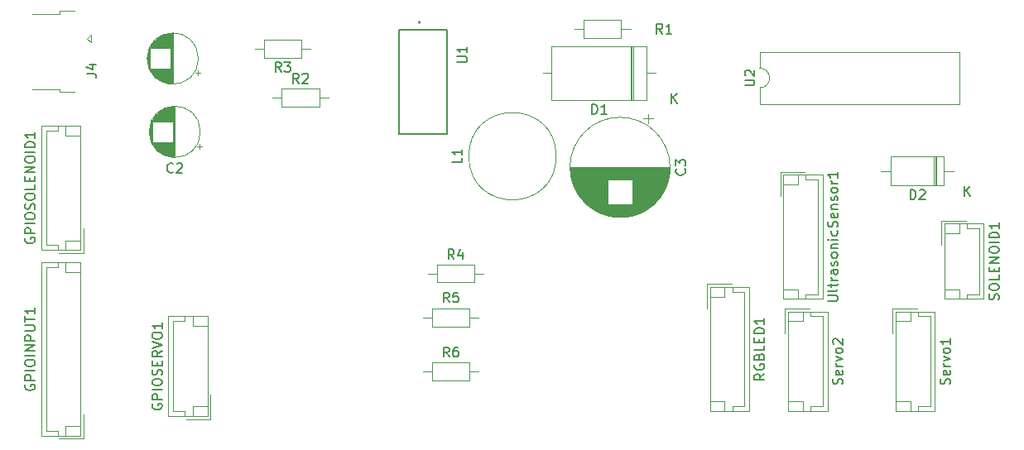
<source format=gbr>
%TF.GenerationSoftware,KiCad,Pcbnew,8.0.1*%
%TF.CreationDate,2024-03-22T20:00:45-04:00*%
%TF.ProjectId,PowerBoost_PCB,506f7765-7242-46f6-9f73-745f5043422e,rev?*%
%TF.SameCoordinates,Original*%
%TF.FileFunction,Legend,Top*%
%TF.FilePolarity,Positive*%
%FSLAX46Y46*%
G04 Gerber Fmt 4.6, Leading zero omitted, Abs format (unit mm)*
G04 Created by KiCad (PCBNEW 8.0.1) date 2024-03-22 20:00:45*
%MOMM*%
%LPD*%
G01*
G04 APERTURE LIST*
%ADD10C,0.150000*%
%ADD11C,0.120000*%
%ADD12C,0.127000*%
%ADD13C,0.200000*%
G04 APERTURE END LIST*
D10*
X24702438Y-45369047D02*
X24654819Y-45464285D01*
X24654819Y-45464285D02*
X24654819Y-45607142D01*
X24654819Y-45607142D02*
X24702438Y-45749999D01*
X24702438Y-45749999D02*
X24797676Y-45845237D01*
X24797676Y-45845237D02*
X24892914Y-45892856D01*
X24892914Y-45892856D02*
X25083390Y-45940475D01*
X25083390Y-45940475D02*
X25226247Y-45940475D01*
X25226247Y-45940475D02*
X25416723Y-45892856D01*
X25416723Y-45892856D02*
X25511961Y-45845237D01*
X25511961Y-45845237D02*
X25607200Y-45749999D01*
X25607200Y-45749999D02*
X25654819Y-45607142D01*
X25654819Y-45607142D02*
X25654819Y-45511904D01*
X25654819Y-45511904D02*
X25607200Y-45369047D01*
X25607200Y-45369047D02*
X25559580Y-45321428D01*
X25559580Y-45321428D02*
X25226247Y-45321428D01*
X25226247Y-45321428D02*
X25226247Y-45511904D01*
X25654819Y-44892856D02*
X24654819Y-44892856D01*
X24654819Y-44892856D02*
X24654819Y-44511904D01*
X24654819Y-44511904D02*
X24702438Y-44416666D01*
X24702438Y-44416666D02*
X24750057Y-44369047D01*
X24750057Y-44369047D02*
X24845295Y-44321428D01*
X24845295Y-44321428D02*
X24988152Y-44321428D01*
X24988152Y-44321428D02*
X25083390Y-44369047D01*
X25083390Y-44369047D02*
X25131009Y-44416666D01*
X25131009Y-44416666D02*
X25178628Y-44511904D01*
X25178628Y-44511904D02*
X25178628Y-44892856D01*
X25654819Y-43892856D02*
X24654819Y-43892856D01*
X24654819Y-43226190D02*
X24654819Y-43035714D01*
X24654819Y-43035714D02*
X24702438Y-42940476D01*
X24702438Y-42940476D02*
X24797676Y-42845238D01*
X24797676Y-42845238D02*
X24988152Y-42797619D01*
X24988152Y-42797619D02*
X25321485Y-42797619D01*
X25321485Y-42797619D02*
X25511961Y-42845238D01*
X25511961Y-42845238D02*
X25607200Y-42940476D01*
X25607200Y-42940476D02*
X25654819Y-43035714D01*
X25654819Y-43035714D02*
X25654819Y-43226190D01*
X25654819Y-43226190D02*
X25607200Y-43321428D01*
X25607200Y-43321428D02*
X25511961Y-43416666D01*
X25511961Y-43416666D02*
X25321485Y-43464285D01*
X25321485Y-43464285D02*
X24988152Y-43464285D01*
X24988152Y-43464285D02*
X24797676Y-43416666D01*
X24797676Y-43416666D02*
X24702438Y-43321428D01*
X24702438Y-43321428D02*
X24654819Y-43226190D01*
X25607200Y-42416666D02*
X25654819Y-42273809D01*
X25654819Y-42273809D02*
X25654819Y-42035714D01*
X25654819Y-42035714D02*
X25607200Y-41940476D01*
X25607200Y-41940476D02*
X25559580Y-41892857D01*
X25559580Y-41892857D02*
X25464342Y-41845238D01*
X25464342Y-41845238D02*
X25369104Y-41845238D01*
X25369104Y-41845238D02*
X25273866Y-41892857D01*
X25273866Y-41892857D02*
X25226247Y-41940476D01*
X25226247Y-41940476D02*
X25178628Y-42035714D01*
X25178628Y-42035714D02*
X25131009Y-42226190D01*
X25131009Y-42226190D02*
X25083390Y-42321428D01*
X25083390Y-42321428D02*
X25035771Y-42369047D01*
X25035771Y-42369047D02*
X24940533Y-42416666D01*
X24940533Y-42416666D02*
X24845295Y-42416666D01*
X24845295Y-42416666D02*
X24750057Y-42369047D01*
X24750057Y-42369047D02*
X24702438Y-42321428D01*
X24702438Y-42321428D02*
X24654819Y-42226190D01*
X24654819Y-42226190D02*
X24654819Y-41988095D01*
X24654819Y-41988095D02*
X24702438Y-41845238D01*
X24654819Y-41226190D02*
X24654819Y-41035714D01*
X24654819Y-41035714D02*
X24702438Y-40940476D01*
X24702438Y-40940476D02*
X24797676Y-40845238D01*
X24797676Y-40845238D02*
X24988152Y-40797619D01*
X24988152Y-40797619D02*
X25321485Y-40797619D01*
X25321485Y-40797619D02*
X25511961Y-40845238D01*
X25511961Y-40845238D02*
X25607200Y-40940476D01*
X25607200Y-40940476D02*
X25654819Y-41035714D01*
X25654819Y-41035714D02*
X25654819Y-41226190D01*
X25654819Y-41226190D02*
X25607200Y-41321428D01*
X25607200Y-41321428D02*
X25511961Y-41416666D01*
X25511961Y-41416666D02*
X25321485Y-41464285D01*
X25321485Y-41464285D02*
X24988152Y-41464285D01*
X24988152Y-41464285D02*
X24797676Y-41416666D01*
X24797676Y-41416666D02*
X24702438Y-41321428D01*
X24702438Y-41321428D02*
X24654819Y-41226190D01*
X25654819Y-39892857D02*
X25654819Y-40369047D01*
X25654819Y-40369047D02*
X24654819Y-40369047D01*
X25131009Y-39559523D02*
X25131009Y-39226190D01*
X25654819Y-39083333D02*
X25654819Y-39559523D01*
X25654819Y-39559523D02*
X24654819Y-39559523D01*
X24654819Y-39559523D02*
X24654819Y-39083333D01*
X25654819Y-38654761D02*
X24654819Y-38654761D01*
X24654819Y-38654761D02*
X25654819Y-38083333D01*
X25654819Y-38083333D02*
X24654819Y-38083333D01*
X24654819Y-37416666D02*
X24654819Y-37226190D01*
X24654819Y-37226190D02*
X24702438Y-37130952D01*
X24702438Y-37130952D02*
X24797676Y-37035714D01*
X24797676Y-37035714D02*
X24988152Y-36988095D01*
X24988152Y-36988095D02*
X25321485Y-36988095D01*
X25321485Y-36988095D02*
X25511961Y-37035714D01*
X25511961Y-37035714D02*
X25607200Y-37130952D01*
X25607200Y-37130952D02*
X25654819Y-37226190D01*
X25654819Y-37226190D02*
X25654819Y-37416666D01*
X25654819Y-37416666D02*
X25607200Y-37511904D01*
X25607200Y-37511904D02*
X25511961Y-37607142D01*
X25511961Y-37607142D02*
X25321485Y-37654761D01*
X25321485Y-37654761D02*
X24988152Y-37654761D01*
X24988152Y-37654761D02*
X24797676Y-37607142D01*
X24797676Y-37607142D02*
X24702438Y-37511904D01*
X24702438Y-37511904D02*
X24654819Y-37416666D01*
X25654819Y-36559523D02*
X24654819Y-36559523D01*
X25654819Y-36083333D02*
X24654819Y-36083333D01*
X24654819Y-36083333D02*
X24654819Y-35845238D01*
X24654819Y-35845238D02*
X24702438Y-35702381D01*
X24702438Y-35702381D02*
X24797676Y-35607143D01*
X24797676Y-35607143D02*
X24892914Y-35559524D01*
X24892914Y-35559524D02*
X25083390Y-35511905D01*
X25083390Y-35511905D02*
X25226247Y-35511905D01*
X25226247Y-35511905D02*
X25416723Y-35559524D01*
X25416723Y-35559524D02*
X25511961Y-35607143D01*
X25511961Y-35607143D02*
X25607200Y-35702381D01*
X25607200Y-35702381D02*
X25654819Y-35845238D01*
X25654819Y-35845238D02*
X25654819Y-36083333D01*
X25654819Y-34559524D02*
X25654819Y-35130952D01*
X25654819Y-34845238D02*
X24654819Y-34845238D01*
X24654819Y-34845238D02*
X24797676Y-34940476D01*
X24797676Y-34940476D02*
X24892914Y-35035714D01*
X24892914Y-35035714D02*
X24940533Y-35130952D01*
X69354819Y-37166666D02*
X69354819Y-37642856D01*
X69354819Y-37642856D02*
X68354819Y-37642856D01*
X69354819Y-36309523D02*
X69354819Y-36880951D01*
X69354819Y-36595237D02*
X68354819Y-36595237D01*
X68354819Y-36595237D02*
X68497676Y-36690475D01*
X68497676Y-36690475D02*
X68592914Y-36785713D01*
X68592914Y-36785713D02*
X68640533Y-36880951D01*
X37702438Y-62357142D02*
X37654819Y-62452380D01*
X37654819Y-62452380D02*
X37654819Y-62595237D01*
X37654819Y-62595237D02*
X37702438Y-62738094D01*
X37702438Y-62738094D02*
X37797676Y-62833332D01*
X37797676Y-62833332D02*
X37892914Y-62880951D01*
X37892914Y-62880951D02*
X38083390Y-62928570D01*
X38083390Y-62928570D02*
X38226247Y-62928570D01*
X38226247Y-62928570D02*
X38416723Y-62880951D01*
X38416723Y-62880951D02*
X38511961Y-62833332D01*
X38511961Y-62833332D02*
X38607200Y-62738094D01*
X38607200Y-62738094D02*
X38654819Y-62595237D01*
X38654819Y-62595237D02*
X38654819Y-62499999D01*
X38654819Y-62499999D02*
X38607200Y-62357142D01*
X38607200Y-62357142D02*
X38559580Y-62309523D01*
X38559580Y-62309523D02*
X38226247Y-62309523D01*
X38226247Y-62309523D02*
X38226247Y-62499999D01*
X38654819Y-61880951D02*
X37654819Y-61880951D01*
X37654819Y-61880951D02*
X37654819Y-61499999D01*
X37654819Y-61499999D02*
X37702438Y-61404761D01*
X37702438Y-61404761D02*
X37750057Y-61357142D01*
X37750057Y-61357142D02*
X37845295Y-61309523D01*
X37845295Y-61309523D02*
X37988152Y-61309523D01*
X37988152Y-61309523D02*
X38083390Y-61357142D01*
X38083390Y-61357142D02*
X38131009Y-61404761D01*
X38131009Y-61404761D02*
X38178628Y-61499999D01*
X38178628Y-61499999D02*
X38178628Y-61880951D01*
X38654819Y-60880951D02*
X37654819Y-60880951D01*
X37654819Y-60214285D02*
X37654819Y-60023809D01*
X37654819Y-60023809D02*
X37702438Y-59928571D01*
X37702438Y-59928571D02*
X37797676Y-59833333D01*
X37797676Y-59833333D02*
X37988152Y-59785714D01*
X37988152Y-59785714D02*
X38321485Y-59785714D01*
X38321485Y-59785714D02*
X38511961Y-59833333D01*
X38511961Y-59833333D02*
X38607200Y-59928571D01*
X38607200Y-59928571D02*
X38654819Y-60023809D01*
X38654819Y-60023809D02*
X38654819Y-60214285D01*
X38654819Y-60214285D02*
X38607200Y-60309523D01*
X38607200Y-60309523D02*
X38511961Y-60404761D01*
X38511961Y-60404761D02*
X38321485Y-60452380D01*
X38321485Y-60452380D02*
X37988152Y-60452380D01*
X37988152Y-60452380D02*
X37797676Y-60404761D01*
X37797676Y-60404761D02*
X37702438Y-60309523D01*
X37702438Y-60309523D02*
X37654819Y-60214285D01*
X38607200Y-59404761D02*
X38654819Y-59261904D01*
X38654819Y-59261904D02*
X38654819Y-59023809D01*
X38654819Y-59023809D02*
X38607200Y-58928571D01*
X38607200Y-58928571D02*
X38559580Y-58880952D01*
X38559580Y-58880952D02*
X38464342Y-58833333D01*
X38464342Y-58833333D02*
X38369104Y-58833333D01*
X38369104Y-58833333D02*
X38273866Y-58880952D01*
X38273866Y-58880952D02*
X38226247Y-58928571D01*
X38226247Y-58928571D02*
X38178628Y-59023809D01*
X38178628Y-59023809D02*
X38131009Y-59214285D01*
X38131009Y-59214285D02*
X38083390Y-59309523D01*
X38083390Y-59309523D02*
X38035771Y-59357142D01*
X38035771Y-59357142D02*
X37940533Y-59404761D01*
X37940533Y-59404761D02*
X37845295Y-59404761D01*
X37845295Y-59404761D02*
X37750057Y-59357142D01*
X37750057Y-59357142D02*
X37702438Y-59309523D01*
X37702438Y-59309523D02*
X37654819Y-59214285D01*
X37654819Y-59214285D02*
X37654819Y-58976190D01*
X37654819Y-58976190D02*
X37702438Y-58833333D01*
X38131009Y-58404761D02*
X38131009Y-58071428D01*
X38654819Y-57928571D02*
X38654819Y-58404761D01*
X38654819Y-58404761D02*
X37654819Y-58404761D01*
X37654819Y-58404761D02*
X37654819Y-57928571D01*
X38654819Y-56928571D02*
X38178628Y-57261904D01*
X38654819Y-57499999D02*
X37654819Y-57499999D01*
X37654819Y-57499999D02*
X37654819Y-57119047D01*
X37654819Y-57119047D02*
X37702438Y-57023809D01*
X37702438Y-57023809D02*
X37750057Y-56976190D01*
X37750057Y-56976190D02*
X37845295Y-56928571D01*
X37845295Y-56928571D02*
X37988152Y-56928571D01*
X37988152Y-56928571D02*
X38083390Y-56976190D01*
X38083390Y-56976190D02*
X38131009Y-57023809D01*
X38131009Y-57023809D02*
X38178628Y-57119047D01*
X38178628Y-57119047D02*
X38178628Y-57499999D01*
X37654819Y-56642856D02*
X38654819Y-56309523D01*
X38654819Y-56309523D02*
X37654819Y-55976190D01*
X37654819Y-55452380D02*
X37654819Y-55261904D01*
X37654819Y-55261904D02*
X37702438Y-55166666D01*
X37702438Y-55166666D02*
X37797676Y-55071428D01*
X37797676Y-55071428D02*
X37988152Y-55023809D01*
X37988152Y-55023809D02*
X38321485Y-55023809D01*
X38321485Y-55023809D02*
X38511961Y-55071428D01*
X38511961Y-55071428D02*
X38607200Y-55166666D01*
X38607200Y-55166666D02*
X38654819Y-55261904D01*
X38654819Y-55261904D02*
X38654819Y-55452380D01*
X38654819Y-55452380D02*
X38607200Y-55547618D01*
X38607200Y-55547618D02*
X38511961Y-55642856D01*
X38511961Y-55642856D02*
X38321485Y-55690475D01*
X38321485Y-55690475D02*
X37988152Y-55690475D01*
X37988152Y-55690475D02*
X37797676Y-55642856D01*
X37797676Y-55642856D02*
X37702438Y-55547618D01*
X37702438Y-55547618D02*
X37654819Y-55452380D01*
X38654819Y-54071428D02*
X38654819Y-54642856D01*
X38654819Y-54357142D02*
X37654819Y-54357142D01*
X37654819Y-54357142D02*
X37797676Y-54452380D01*
X37797676Y-54452380D02*
X37892914Y-54547618D01*
X37892914Y-54547618D02*
X37940533Y-54642856D01*
X39788446Y-38609580D02*
X39740827Y-38657200D01*
X39740827Y-38657200D02*
X39597970Y-38704819D01*
X39597970Y-38704819D02*
X39502732Y-38704819D01*
X39502732Y-38704819D02*
X39359875Y-38657200D01*
X39359875Y-38657200D02*
X39264637Y-38561961D01*
X39264637Y-38561961D02*
X39217018Y-38466723D01*
X39217018Y-38466723D02*
X39169399Y-38276247D01*
X39169399Y-38276247D02*
X39169399Y-38133390D01*
X39169399Y-38133390D02*
X39217018Y-37942914D01*
X39217018Y-37942914D02*
X39264637Y-37847676D01*
X39264637Y-37847676D02*
X39359875Y-37752438D01*
X39359875Y-37752438D02*
X39502732Y-37704819D01*
X39502732Y-37704819D02*
X39597970Y-37704819D01*
X39597970Y-37704819D02*
X39740827Y-37752438D01*
X39740827Y-37752438D02*
X39788446Y-37800057D01*
X40169399Y-37800057D02*
X40217018Y-37752438D01*
X40217018Y-37752438D02*
X40312256Y-37704819D01*
X40312256Y-37704819D02*
X40550351Y-37704819D01*
X40550351Y-37704819D02*
X40645589Y-37752438D01*
X40645589Y-37752438D02*
X40693208Y-37800057D01*
X40693208Y-37800057D02*
X40740827Y-37895295D01*
X40740827Y-37895295D02*
X40740827Y-37990533D01*
X40740827Y-37990533D02*
X40693208Y-38133390D01*
X40693208Y-38133390D02*
X40121780Y-38704819D01*
X40121780Y-38704819D02*
X40740827Y-38704819D01*
X82641905Y-32674819D02*
X82641905Y-31674819D01*
X82641905Y-31674819D02*
X82880000Y-31674819D01*
X82880000Y-31674819D02*
X83022857Y-31722438D01*
X83022857Y-31722438D02*
X83118095Y-31817676D01*
X83118095Y-31817676D02*
X83165714Y-31912914D01*
X83165714Y-31912914D02*
X83213333Y-32103390D01*
X83213333Y-32103390D02*
X83213333Y-32246247D01*
X83213333Y-32246247D02*
X83165714Y-32436723D01*
X83165714Y-32436723D02*
X83118095Y-32531961D01*
X83118095Y-32531961D02*
X83022857Y-32627200D01*
X83022857Y-32627200D02*
X82880000Y-32674819D01*
X82880000Y-32674819D02*
X82641905Y-32674819D01*
X84165714Y-32674819D02*
X83594286Y-32674819D01*
X83880000Y-32674819D02*
X83880000Y-31674819D01*
X83880000Y-31674819D02*
X83784762Y-31817676D01*
X83784762Y-31817676D02*
X83689524Y-31912914D01*
X83689524Y-31912914D02*
X83594286Y-31960533D01*
X90738095Y-31554819D02*
X90738095Y-30554819D01*
X91309523Y-31554819D02*
X90880952Y-30983390D01*
X91309523Y-30554819D02*
X90738095Y-31126247D01*
X115181905Y-41424819D02*
X115181905Y-40424819D01*
X115181905Y-40424819D02*
X115420000Y-40424819D01*
X115420000Y-40424819D02*
X115562857Y-40472438D01*
X115562857Y-40472438D02*
X115658095Y-40567676D01*
X115658095Y-40567676D02*
X115705714Y-40662914D01*
X115705714Y-40662914D02*
X115753333Y-40853390D01*
X115753333Y-40853390D02*
X115753333Y-40996247D01*
X115753333Y-40996247D02*
X115705714Y-41186723D01*
X115705714Y-41186723D02*
X115658095Y-41281961D01*
X115658095Y-41281961D02*
X115562857Y-41377200D01*
X115562857Y-41377200D02*
X115420000Y-41424819D01*
X115420000Y-41424819D02*
X115181905Y-41424819D01*
X116134286Y-40520057D02*
X116181905Y-40472438D01*
X116181905Y-40472438D02*
X116277143Y-40424819D01*
X116277143Y-40424819D02*
X116515238Y-40424819D01*
X116515238Y-40424819D02*
X116610476Y-40472438D01*
X116610476Y-40472438D02*
X116658095Y-40520057D01*
X116658095Y-40520057D02*
X116705714Y-40615295D01*
X116705714Y-40615295D02*
X116705714Y-40710533D01*
X116705714Y-40710533D02*
X116658095Y-40853390D01*
X116658095Y-40853390D02*
X116086667Y-41424819D01*
X116086667Y-41424819D02*
X116705714Y-41424819D01*
X120738095Y-41054819D02*
X120738095Y-40054819D01*
X121309523Y-41054819D02*
X120880952Y-40483390D01*
X121309523Y-40054819D02*
X120738095Y-40626247D01*
X68023333Y-57534819D02*
X67690000Y-57058628D01*
X67451905Y-57534819D02*
X67451905Y-56534819D01*
X67451905Y-56534819D02*
X67832857Y-56534819D01*
X67832857Y-56534819D02*
X67928095Y-56582438D01*
X67928095Y-56582438D02*
X67975714Y-56630057D01*
X67975714Y-56630057D02*
X68023333Y-56725295D01*
X68023333Y-56725295D02*
X68023333Y-56868152D01*
X68023333Y-56868152D02*
X67975714Y-56963390D01*
X67975714Y-56963390D02*
X67928095Y-57011009D01*
X67928095Y-57011009D02*
X67832857Y-57058628D01*
X67832857Y-57058628D02*
X67451905Y-57058628D01*
X68880476Y-56534819D02*
X68690000Y-56534819D01*
X68690000Y-56534819D02*
X68594762Y-56582438D01*
X68594762Y-56582438D02*
X68547143Y-56630057D01*
X68547143Y-56630057D02*
X68451905Y-56772914D01*
X68451905Y-56772914D02*
X68404286Y-56963390D01*
X68404286Y-56963390D02*
X68404286Y-57344342D01*
X68404286Y-57344342D02*
X68451905Y-57439580D01*
X68451905Y-57439580D02*
X68499524Y-57487200D01*
X68499524Y-57487200D02*
X68594762Y-57534819D01*
X68594762Y-57534819D02*
X68785238Y-57534819D01*
X68785238Y-57534819D02*
X68880476Y-57487200D01*
X68880476Y-57487200D02*
X68928095Y-57439580D01*
X68928095Y-57439580D02*
X68975714Y-57344342D01*
X68975714Y-57344342D02*
X68975714Y-57106247D01*
X68975714Y-57106247D02*
X68928095Y-57011009D01*
X68928095Y-57011009D02*
X68880476Y-56963390D01*
X68880476Y-56963390D02*
X68785238Y-56915771D01*
X68785238Y-56915771D02*
X68594762Y-56915771D01*
X68594762Y-56915771D02*
X68499524Y-56963390D01*
X68499524Y-56963390D02*
X68451905Y-57011009D01*
X68451905Y-57011009D02*
X68404286Y-57106247D01*
X30934819Y-28553333D02*
X31649104Y-28553333D01*
X31649104Y-28553333D02*
X31791961Y-28600952D01*
X31791961Y-28600952D02*
X31887200Y-28696190D01*
X31887200Y-28696190D02*
X31934819Y-28839047D01*
X31934819Y-28839047D02*
X31934819Y-28934285D01*
X31268152Y-27648571D02*
X31934819Y-27648571D01*
X30887200Y-27886666D02*
X31601485Y-28124761D01*
X31601485Y-28124761D02*
X31601485Y-27505714D01*
X68023333Y-51954819D02*
X67690000Y-51478628D01*
X67451905Y-51954819D02*
X67451905Y-50954819D01*
X67451905Y-50954819D02*
X67832857Y-50954819D01*
X67832857Y-50954819D02*
X67928095Y-51002438D01*
X67928095Y-51002438D02*
X67975714Y-51050057D01*
X67975714Y-51050057D02*
X68023333Y-51145295D01*
X68023333Y-51145295D02*
X68023333Y-51288152D01*
X68023333Y-51288152D02*
X67975714Y-51383390D01*
X67975714Y-51383390D02*
X67928095Y-51431009D01*
X67928095Y-51431009D02*
X67832857Y-51478628D01*
X67832857Y-51478628D02*
X67451905Y-51478628D01*
X68928095Y-50954819D02*
X68451905Y-50954819D01*
X68451905Y-50954819D02*
X68404286Y-51431009D01*
X68404286Y-51431009D02*
X68451905Y-51383390D01*
X68451905Y-51383390D02*
X68547143Y-51335771D01*
X68547143Y-51335771D02*
X68785238Y-51335771D01*
X68785238Y-51335771D02*
X68880476Y-51383390D01*
X68880476Y-51383390D02*
X68928095Y-51431009D01*
X68928095Y-51431009D02*
X68975714Y-51526247D01*
X68975714Y-51526247D02*
X68975714Y-51764342D01*
X68975714Y-51764342D02*
X68928095Y-51859580D01*
X68928095Y-51859580D02*
X68880476Y-51907200D01*
X68880476Y-51907200D02*
X68785238Y-51954819D01*
X68785238Y-51954819D02*
X68547143Y-51954819D01*
X68547143Y-51954819D02*
X68451905Y-51907200D01*
X68451905Y-51907200D02*
X68404286Y-51859580D01*
X106754819Y-51821429D02*
X107564342Y-51821429D01*
X107564342Y-51821429D02*
X107659580Y-51773810D01*
X107659580Y-51773810D02*
X107707200Y-51726191D01*
X107707200Y-51726191D02*
X107754819Y-51630953D01*
X107754819Y-51630953D02*
X107754819Y-51440477D01*
X107754819Y-51440477D02*
X107707200Y-51345239D01*
X107707200Y-51345239D02*
X107659580Y-51297620D01*
X107659580Y-51297620D02*
X107564342Y-51250001D01*
X107564342Y-51250001D02*
X106754819Y-51250001D01*
X107754819Y-50630953D02*
X107707200Y-50726191D01*
X107707200Y-50726191D02*
X107611961Y-50773810D01*
X107611961Y-50773810D02*
X106754819Y-50773810D01*
X107088152Y-50392857D02*
X107088152Y-50011905D01*
X106754819Y-50250000D02*
X107611961Y-50250000D01*
X107611961Y-50250000D02*
X107707200Y-50202381D01*
X107707200Y-50202381D02*
X107754819Y-50107143D01*
X107754819Y-50107143D02*
X107754819Y-50011905D01*
X107754819Y-49678571D02*
X107088152Y-49678571D01*
X107278628Y-49678571D02*
X107183390Y-49630952D01*
X107183390Y-49630952D02*
X107135771Y-49583333D01*
X107135771Y-49583333D02*
X107088152Y-49488095D01*
X107088152Y-49488095D02*
X107088152Y-49392857D01*
X107754819Y-48630952D02*
X107231009Y-48630952D01*
X107231009Y-48630952D02*
X107135771Y-48678571D01*
X107135771Y-48678571D02*
X107088152Y-48773809D01*
X107088152Y-48773809D02*
X107088152Y-48964285D01*
X107088152Y-48964285D02*
X107135771Y-49059523D01*
X107707200Y-48630952D02*
X107754819Y-48726190D01*
X107754819Y-48726190D02*
X107754819Y-48964285D01*
X107754819Y-48964285D02*
X107707200Y-49059523D01*
X107707200Y-49059523D02*
X107611961Y-49107142D01*
X107611961Y-49107142D02*
X107516723Y-49107142D01*
X107516723Y-49107142D02*
X107421485Y-49059523D01*
X107421485Y-49059523D02*
X107373866Y-48964285D01*
X107373866Y-48964285D02*
X107373866Y-48726190D01*
X107373866Y-48726190D02*
X107326247Y-48630952D01*
X107707200Y-48202380D02*
X107754819Y-48107142D01*
X107754819Y-48107142D02*
X107754819Y-47916666D01*
X107754819Y-47916666D02*
X107707200Y-47821428D01*
X107707200Y-47821428D02*
X107611961Y-47773809D01*
X107611961Y-47773809D02*
X107564342Y-47773809D01*
X107564342Y-47773809D02*
X107469104Y-47821428D01*
X107469104Y-47821428D02*
X107421485Y-47916666D01*
X107421485Y-47916666D02*
X107421485Y-48059523D01*
X107421485Y-48059523D02*
X107373866Y-48154761D01*
X107373866Y-48154761D02*
X107278628Y-48202380D01*
X107278628Y-48202380D02*
X107231009Y-48202380D01*
X107231009Y-48202380D02*
X107135771Y-48154761D01*
X107135771Y-48154761D02*
X107088152Y-48059523D01*
X107088152Y-48059523D02*
X107088152Y-47916666D01*
X107088152Y-47916666D02*
X107135771Y-47821428D01*
X107754819Y-47202380D02*
X107707200Y-47297618D01*
X107707200Y-47297618D02*
X107659580Y-47345237D01*
X107659580Y-47345237D02*
X107564342Y-47392856D01*
X107564342Y-47392856D02*
X107278628Y-47392856D01*
X107278628Y-47392856D02*
X107183390Y-47345237D01*
X107183390Y-47345237D02*
X107135771Y-47297618D01*
X107135771Y-47297618D02*
X107088152Y-47202380D01*
X107088152Y-47202380D02*
X107088152Y-47059523D01*
X107088152Y-47059523D02*
X107135771Y-46964285D01*
X107135771Y-46964285D02*
X107183390Y-46916666D01*
X107183390Y-46916666D02*
X107278628Y-46869047D01*
X107278628Y-46869047D02*
X107564342Y-46869047D01*
X107564342Y-46869047D02*
X107659580Y-46916666D01*
X107659580Y-46916666D02*
X107707200Y-46964285D01*
X107707200Y-46964285D02*
X107754819Y-47059523D01*
X107754819Y-47059523D02*
X107754819Y-47202380D01*
X107088152Y-46440475D02*
X107754819Y-46440475D01*
X107183390Y-46440475D02*
X107135771Y-46392856D01*
X107135771Y-46392856D02*
X107088152Y-46297618D01*
X107088152Y-46297618D02*
X107088152Y-46154761D01*
X107088152Y-46154761D02*
X107135771Y-46059523D01*
X107135771Y-46059523D02*
X107231009Y-46011904D01*
X107231009Y-46011904D02*
X107754819Y-46011904D01*
X107754819Y-45535713D02*
X107088152Y-45535713D01*
X106754819Y-45535713D02*
X106802438Y-45583332D01*
X106802438Y-45583332D02*
X106850057Y-45535713D01*
X106850057Y-45535713D02*
X106802438Y-45488094D01*
X106802438Y-45488094D02*
X106754819Y-45535713D01*
X106754819Y-45535713D02*
X106850057Y-45535713D01*
X107707200Y-44630952D02*
X107754819Y-44726190D01*
X107754819Y-44726190D02*
X107754819Y-44916666D01*
X107754819Y-44916666D02*
X107707200Y-45011904D01*
X107707200Y-45011904D02*
X107659580Y-45059523D01*
X107659580Y-45059523D02*
X107564342Y-45107142D01*
X107564342Y-45107142D02*
X107278628Y-45107142D01*
X107278628Y-45107142D02*
X107183390Y-45059523D01*
X107183390Y-45059523D02*
X107135771Y-45011904D01*
X107135771Y-45011904D02*
X107088152Y-44916666D01*
X107088152Y-44916666D02*
X107088152Y-44726190D01*
X107088152Y-44726190D02*
X107135771Y-44630952D01*
X107707200Y-44249999D02*
X107754819Y-44107142D01*
X107754819Y-44107142D02*
X107754819Y-43869047D01*
X107754819Y-43869047D02*
X107707200Y-43773809D01*
X107707200Y-43773809D02*
X107659580Y-43726190D01*
X107659580Y-43726190D02*
X107564342Y-43678571D01*
X107564342Y-43678571D02*
X107469104Y-43678571D01*
X107469104Y-43678571D02*
X107373866Y-43726190D01*
X107373866Y-43726190D02*
X107326247Y-43773809D01*
X107326247Y-43773809D02*
X107278628Y-43869047D01*
X107278628Y-43869047D02*
X107231009Y-44059523D01*
X107231009Y-44059523D02*
X107183390Y-44154761D01*
X107183390Y-44154761D02*
X107135771Y-44202380D01*
X107135771Y-44202380D02*
X107040533Y-44249999D01*
X107040533Y-44249999D02*
X106945295Y-44249999D01*
X106945295Y-44249999D02*
X106850057Y-44202380D01*
X106850057Y-44202380D02*
X106802438Y-44154761D01*
X106802438Y-44154761D02*
X106754819Y-44059523D01*
X106754819Y-44059523D02*
X106754819Y-43821428D01*
X106754819Y-43821428D02*
X106802438Y-43678571D01*
X107707200Y-42869047D02*
X107754819Y-42964285D01*
X107754819Y-42964285D02*
X107754819Y-43154761D01*
X107754819Y-43154761D02*
X107707200Y-43249999D01*
X107707200Y-43249999D02*
X107611961Y-43297618D01*
X107611961Y-43297618D02*
X107231009Y-43297618D01*
X107231009Y-43297618D02*
X107135771Y-43249999D01*
X107135771Y-43249999D02*
X107088152Y-43154761D01*
X107088152Y-43154761D02*
X107088152Y-42964285D01*
X107088152Y-42964285D02*
X107135771Y-42869047D01*
X107135771Y-42869047D02*
X107231009Y-42821428D01*
X107231009Y-42821428D02*
X107326247Y-42821428D01*
X107326247Y-42821428D02*
X107421485Y-43297618D01*
X107088152Y-42392856D02*
X107754819Y-42392856D01*
X107183390Y-42392856D02*
X107135771Y-42345237D01*
X107135771Y-42345237D02*
X107088152Y-42249999D01*
X107088152Y-42249999D02*
X107088152Y-42107142D01*
X107088152Y-42107142D02*
X107135771Y-42011904D01*
X107135771Y-42011904D02*
X107231009Y-41964285D01*
X107231009Y-41964285D02*
X107754819Y-41964285D01*
X107707200Y-41535713D02*
X107754819Y-41440475D01*
X107754819Y-41440475D02*
X107754819Y-41249999D01*
X107754819Y-41249999D02*
X107707200Y-41154761D01*
X107707200Y-41154761D02*
X107611961Y-41107142D01*
X107611961Y-41107142D02*
X107564342Y-41107142D01*
X107564342Y-41107142D02*
X107469104Y-41154761D01*
X107469104Y-41154761D02*
X107421485Y-41249999D01*
X107421485Y-41249999D02*
X107421485Y-41392856D01*
X107421485Y-41392856D02*
X107373866Y-41488094D01*
X107373866Y-41488094D02*
X107278628Y-41535713D01*
X107278628Y-41535713D02*
X107231009Y-41535713D01*
X107231009Y-41535713D02*
X107135771Y-41488094D01*
X107135771Y-41488094D02*
X107088152Y-41392856D01*
X107088152Y-41392856D02*
X107088152Y-41249999D01*
X107088152Y-41249999D02*
X107135771Y-41154761D01*
X107754819Y-40535713D02*
X107707200Y-40630951D01*
X107707200Y-40630951D02*
X107659580Y-40678570D01*
X107659580Y-40678570D02*
X107564342Y-40726189D01*
X107564342Y-40726189D02*
X107278628Y-40726189D01*
X107278628Y-40726189D02*
X107183390Y-40678570D01*
X107183390Y-40678570D02*
X107135771Y-40630951D01*
X107135771Y-40630951D02*
X107088152Y-40535713D01*
X107088152Y-40535713D02*
X107088152Y-40392856D01*
X107088152Y-40392856D02*
X107135771Y-40297618D01*
X107135771Y-40297618D02*
X107183390Y-40249999D01*
X107183390Y-40249999D02*
X107278628Y-40202380D01*
X107278628Y-40202380D02*
X107564342Y-40202380D01*
X107564342Y-40202380D02*
X107659580Y-40249999D01*
X107659580Y-40249999D02*
X107707200Y-40297618D01*
X107707200Y-40297618D02*
X107754819Y-40392856D01*
X107754819Y-40392856D02*
X107754819Y-40535713D01*
X107754819Y-39773808D02*
X107088152Y-39773808D01*
X107278628Y-39773808D02*
X107183390Y-39726189D01*
X107183390Y-39726189D02*
X107135771Y-39678570D01*
X107135771Y-39678570D02*
X107088152Y-39583332D01*
X107088152Y-39583332D02*
X107088152Y-39488094D01*
X107754819Y-38630951D02*
X107754819Y-39202379D01*
X107754819Y-38916665D02*
X106754819Y-38916665D01*
X106754819Y-38916665D02*
X106897676Y-39011903D01*
X106897676Y-39011903D02*
X106992914Y-39107141D01*
X106992914Y-39107141D02*
X107040533Y-39202379D01*
X119207200Y-60333333D02*
X119254819Y-60190476D01*
X119254819Y-60190476D02*
X119254819Y-59952381D01*
X119254819Y-59952381D02*
X119207200Y-59857143D01*
X119207200Y-59857143D02*
X119159580Y-59809524D01*
X119159580Y-59809524D02*
X119064342Y-59761905D01*
X119064342Y-59761905D02*
X118969104Y-59761905D01*
X118969104Y-59761905D02*
X118873866Y-59809524D01*
X118873866Y-59809524D02*
X118826247Y-59857143D01*
X118826247Y-59857143D02*
X118778628Y-59952381D01*
X118778628Y-59952381D02*
X118731009Y-60142857D01*
X118731009Y-60142857D02*
X118683390Y-60238095D01*
X118683390Y-60238095D02*
X118635771Y-60285714D01*
X118635771Y-60285714D02*
X118540533Y-60333333D01*
X118540533Y-60333333D02*
X118445295Y-60333333D01*
X118445295Y-60333333D02*
X118350057Y-60285714D01*
X118350057Y-60285714D02*
X118302438Y-60238095D01*
X118302438Y-60238095D02*
X118254819Y-60142857D01*
X118254819Y-60142857D02*
X118254819Y-59904762D01*
X118254819Y-59904762D02*
X118302438Y-59761905D01*
X119207200Y-58952381D02*
X119254819Y-59047619D01*
X119254819Y-59047619D02*
X119254819Y-59238095D01*
X119254819Y-59238095D02*
X119207200Y-59333333D01*
X119207200Y-59333333D02*
X119111961Y-59380952D01*
X119111961Y-59380952D02*
X118731009Y-59380952D01*
X118731009Y-59380952D02*
X118635771Y-59333333D01*
X118635771Y-59333333D02*
X118588152Y-59238095D01*
X118588152Y-59238095D02*
X118588152Y-59047619D01*
X118588152Y-59047619D02*
X118635771Y-58952381D01*
X118635771Y-58952381D02*
X118731009Y-58904762D01*
X118731009Y-58904762D02*
X118826247Y-58904762D01*
X118826247Y-58904762D02*
X118921485Y-59380952D01*
X119254819Y-58476190D02*
X118588152Y-58476190D01*
X118778628Y-58476190D02*
X118683390Y-58428571D01*
X118683390Y-58428571D02*
X118635771Y-58380952D01*
X118635771Y-58380952D02*
X118588152Y-58285714D01*
X118588152Y-58285714D02*
X118588152Y-58190476D01*
X118588152Y-57952380D02*
X119254819Y-57714285D01*
X119254819Y-57714285D02*
X118588152Y-57476190D01*
X119254819Y-56952380D02*
X119207200Y-57047618D01*
X119207200Y-57047618D02*
X119159580Y-57095237D01*
X119159580Y-57095237D02*
X119064342Y-57142856D01*
X119064342Y-57142856D02*
X118778628Y-57142856D01*
X118778628Y-57142856D02*
X118683390Y-57095237D01*
X118683390Y-57095237D02*
X118635771Y-57047618D01*
X118635771Y-57047618D02*
X118588152Y-56952380D01*
X118588152Y-56952380D02*
X118588152Y-56809523D01*
X118588152Y-56809523D02*
X118635771Y-56714285D01*
X118635771Y-56714285D02*
X118683390Y-56666666D01*
X118683390Y-56666666D02*
X118778628Y-56619047D01*
X118778628Y-56619047D02*
X119064342Y-56619047D01*
X119064342Y-56619047D02*
X119159580Y-56666666D01*
X119159580Y-56666666D02*
X119207200Y-56714285D01*
X119207200Y-56714285D02*
X119254819Y-56809523D01*
X119254819Y-56809523D02*
X119254819Y-56952380D01*
X119254819Y-55666666D02*
X119254819Y-56238094D01*
X119254819Y-55952380D02*
X118254819Y-55952380D01*
X118254819Y-55952380D02*
X118397676Y-56047618D01*
X118397676Y-56047618D02*
X118492914Y-56142856D01*
X118492914Y-56142856D02*
X118540533Y-56238094D01*
X50833333Y-28374819D02*
X50500000Y-27898628D01*
X50261905Y-28374819D02*
X50261905Y-27374819D01*
X50261905Y-27374819D02*
X50642857Y-27374819D01*
X50642857Y-27374819D02*
X50738095Y-27422438D01*
X50738095Y-27422438D02*
X50785714Y-27470057D01*
X50785714Y-27470057D02*
X50833333Y-27565295D01*
X50833333Y-27565295D02*
X50833333Y-27708152D01*
X50833333Y-27708152D02*
X50785714Y-27803390D01*
X50785714Y-27803390D02*
X50738095Y-27851009D01*
X50738095Y-27851009D02*
X50642857Y-27898628D01*
X50642857Y-27898628D02*
X50261905Y-27898628D01*
X51166667Y-27374819D02*
X51785714Y-27374819D01*
X51785714Y-27374819D02*
X51452381Y-27755771D01*
X51452381Y-27755771D02*
X51595238Y-27755771D01*
X51595238Y-27755771D02*
X51690476Y-27803390D01*
X51690476Y-27803390D02*
X51738095Y-27851009D01*
X51738095Y-27851009D02*
X51785714Y-27946247D01*
X51785714Y-27946247D02*
X51785714Y-28184342D01*
X51785714Y-28184342D02*
X51738095Y-28279580D01*
X51738095Y-28279580D02*
X51690476Y-28327200D01*
X51690476Y-28327200D02*
X51595238Y-28374819D01*
X51595238Y-28374819D02*
X51309524Y-28374819D01*
X51309524Y-28374819D02*
X51214286Y-28327200D01*
X51214286Y-28327200D02*
X51166667Y-28279580D01*
X24702438Y-60392856D02*
X24654819Y-60488094D01*
X24654819Y-60488094D02*
X24654819Y-60630951D01*
X24654819Y-60630951D02*
X24702438Y-60773808D01*
X24702438Y-60773808D02*
X24797676Y-60869046D01*
X24797676Y-60869046D02*
X24892914Y-60916665D01*
X24892914Y-60916665D02*
X25083390Y-60964284D01*
X25083390Y-60964284D02*
X25226247Y-60964284D01*
X25226247Y-60964284D02*
X25416723Y-60916665D01*
X25416723Y-60916665D02*
X25511961Y-60869046D01*
X25511961Y-60869046D02*
X25607200Y-60773808D01*
X25607200Y-60773808D02*
X25654819Y-60630951D01*
X25654819Y-60630951D02*
X25654819Y-60535713D01*
X25654819Y-60535713D02*
X25607200Y-60392856D01*
X25607200Y-60392856D02*
X25559580Y-60345237D01*
X25559580Y-60345237D02*
X25226247Y-60345237D01*
X25226247Y-60345237D02*
X25226247Y-60535713D01*
X25654819Y-59916665D02*
X24654819Y-59916665D01*
X24654819Y-59916665D02*
X24654819Y-59535713D01*
X24654819Y-59535713D02*
X24702438Y-59440475D01*
X24702438Y-59440475D02*
X24750057Y-59392856D01*
X24750057Y-59392856D02*
X24845295Y-59345237D01*
X24845295Y-59345237D02*
X24988152Y-59345237D01*
X24988152Y-59345237D02*
X25083390Y-59392856D01*
X25083390Y-59392856D02*
X25131009Y-59440475D01*
X25131009Y-59440475D02*
X25178628Y-59535713D01*
X25178628Y-59535713D02*
X25178628Y-59916665D01*
X25654819Y-58916665D02*
X24654819Y-58916665D01*
X24654819Y-58249999D02*
X24654819Y-58059523D01*
X24654819Y-58059523D02*
X24702438Y-57964285D01*
X24702438Y-57964285D02*
X24797676Y-57869047D01*
X24797676Y-57869047D02*
X24988152Y-57821428D01*
X24988152Y-57821428D02*
X25321485Y-57821428D01*
X25321485Y-57821428D02*
X25511961Y-57869047D01*
X25511961Y-57869047D02*
X25607200Y-57964285D01*
X25607200Y-57964285D02*
X25654819Y-58059523D01*
X25654819Y-58059523D02*
X25654819Y-58249999D01*
X25654819Y-58249999D02*
X25607200Y-58345237D01*
X25607200Y-58345237D02*
X25511961Y-58440475D01*
X25511961Y-58440475D02*
X25321485Y-58488094D01*
X25321485Y-58488094D02*
X24988152Y-58488094D01*
X24988152Y-58488094D02*
X24797676Y-58440475D01*
X24797676Y-58440475D02*
X24702438Y-58345237D01*
X24702438Y-58345237D02*
X24654819Y-58249999D01*
X25654819Y-57392856D02*
X24654819Y-57392856D01*
X25654819Y-56916666D02*
X24654819Y-56916666D01*
X24654819Y-56916666D02*
X25654819Y-56345238D01*
X25654819Y-56345238D02*
X24654819Y-56345238D01*
X25654819Y-55869047D02*
X24654819Y-55869047D01*
X24654819Y-55869047D02*
X24654819Y-55488095D01*
X24654819Y-55488095D02*
X24702438Y-55392857D01*
X24702438Y-55392857D02*
X24750057Y-55345238D01*
X24750057Y-55345238D02*
X24845295Y-55297619D01*
X24845295Y-55297619D02*
X24988152Y-55297619D01*
X24988152Y-55297619D02*
X25083390Y-55345238D01*
X25083390Y-55345238D02*
X25131009Y-55392857D01*
X25131009Y-55392857D02*
X25178628Y-55488095D01*
X25178628Y-55488095D02*
X25178628Y-55869047D01*
X24654819Y-54869047D02*
X25464342Y-54869047D01*
X25464342Y-54869047D02*
X25559580Y-54821428D01*
X25559580Y-54821428D02*
X25607200Y-54773809D01*
X25607200Y-54773809D02*
X25654819Y-54678571D01*
X25654819Y-54678571D02*
X25654819Y-54488095D01*
X25654819Y-54488095D02*
X25607200Y-54392857D01*
X25607200Y-54392857D02*
X25559580Y-54345238D01*
X25559580Y-54345238D02*
X25464342Y-54297619D01*
X25464342Y-54297619D02*
X24654819Y-54297619D01*
X24654819Y-53964285D02*
X24654819Y-53392857D01*
X25654819Y-53678571D02*
X24654819Y-53678571D01*
X25654819Y-52535714D02*
X25654819Y-53107142D01*
X25654819Y-52821428D02*
X24654819Y-52821428D01*
X24654819Y-52821428D02*
X24797676Y-52916666D01*
X24797676Y-52916666D02*
X24892914Y-53011904D01*
X24892914Y-53011904D02*
X24940533Y-53107142D01*
X108207200Y-60333333D02*
X108254819Y-60190476D01*
X108254819Y-60190476D02*
X108254819Y-59952381D01*
X108254819Y-59952381D02*
X108207200Y-59857143D01*
X108207200Y-59857143D02*
X108159580Y-59809524D01*
X108159580Y-59809524D02*
X108064342Y-59761905D01*
X108064342Y-59761905D02*
X107969104Y-59761905D01*
X107969104Y-59761905D02*
X107873866Y-59809524D01*
X107873866Y-59809524D02*
X107826247Y-59857143D01*
X107826247Y-59857143D02*
X107778628Y-59952381D01*
X107778628Y-59952381D02*
X107731009Y-60142857D01*
X107731009Y-60142857D02*
X107683390Y-60238095D01*
X107683390Y-60238095D02*
X107635771Y-60285714D01*
X107635771Y-60285714D02*
X107540533Y-60333333D01*
X107540533Y-60333333D02*
X107445295Y-60333333D01*
X107445295Y-60333333D02*
X107350057Y-60285714D01*
X107350057Y-60285714D02*
X107302438Y-60238095D01*
X107302438Y-60238095D02*
X107254819Y-60142857D01*
X107254819Y-60142857D02*
X107254819Y-59904762D01*
X107254819Y-59904762D02*
X107302438Y-59761905D01*
X108207200Y-58952381D02*
X108254819Y-59047619D01*
X108254819Y-59047619D02*
X108254819Y-59238095D01*
X108254819Y-59238095D02*
X108207200Y-59333333D01*
X108207200Y-59333333D02*
X108111961Y-59380952D01*
X108111961Y-59380952D02*
X107731009Y-59380952D01*
X107731009Y-59380952D02*
X107635771Y-59333333D01*
X107635771Y-59333333D02*
X107588152Y-59238095D01*
X107588152Y-59238095D02*
X107588152Y-59047619D01*
X107588152Y-59047619D02*
X107635771Y-58952381D01*
X107635771Y-58952381D02*
X107731009Y-58904762D01*
X107731009Y-58904762D02*
X107826247Y-58904762D01*
X107826247Y-58904762D02*
X107921485Y-59380952D01*
X108254819Y-58476190D02*
X107588152Y-58476190D01*
X107778628Y-58476190D02*
X107683390Y-58428571D01*
X107683390Y-58428571D02*
X107635771Y-58380952D01*
X107635771Y-58380952D02*
X107588152Y-58285714D01*
X107588152Y-58285714D02*
X107588152Y-58190476D01*
X107588152Y-57952380D02*
X108254819Y-57714285D01*
X108254819Y-57714285D02*
X107588152Y-57476190D01*
X108254819Y-56952380D02*
X108207200Y-57047618D01*
X108207200Y-57047618D02*
X108159580Y-57095237D01*
X108159580Y-57095237D02*
X108064342Y-57142856D01*
X108064342Y-57142856D02*
X107778628Y-57142856D01*
X107778628Y-57142856D02*
X107683390Y-57095237D01*
X107683390Y-57095237D02*
X107635771Y-57047618D01*
X107635771Y-57047618D02*
X107588152Y-56952380D01*
X107588152Y-56952380D02*
X107588152Y-56809523D01*
X107588152Y-56809523D02*
X107635771Y-56714285D01*
X107635771Y-56714285D02*
X107683390Y-56666666D01*
X107683390Y-56666666D02*
X107778628Y-56619047D01*
X107778628Y-56619047D02*
X108064342Y-56619047D01*
X108064342Y-56619047D02*
X108159580Y-56666666D01*
X108159580Y-56666666D02*
X108207200Y-56714285D01*
X108207200Y-56714285D02*
X108254819Y-56809523D01*
X108254819Y-56809523D02*
X108254819Y-56952380D01*
X107350057Y-56238094D02*
X107302438Y-56190475D01*
X107302438Y-56190475D02*
X107254819Y-56095237D01*
X107254819Y-56095237D02*
X107254819Y-55857142D01*
X107254819Y-55857142D02*
X107302438Y-55761904D01*
X107302438Y-55761904D02*
X107350057Y-55714285D01*
X107350057Y-55714285D02*
X107445295Y-55666666D01*
X107445295Y-55666666D02*
X107540533Y-55666666D01*
X107540533Y-55666666D02*
X107683390Y-55714285D01*
X107683390Y-55714285D02*
X108254819Y-56285713D01*
X108254819Y-56285713D02*
X108254819Y-55666666D01*
X92109580Y-38298989D02*
X92157200Y-38346608D01*
X92157200Y-38346608D02*
X92204819Y-38489465D01*
X92204819Y-38489465D02*
X92204819Y-38584703D01*
X92204819Y-38584703D02*
X92157200Y-38727560D01*
X92157200Y-38727560D02*
X92061961Y-38822798D01*
X92061961Y-38822798D02*
X91966723Y-38870417D01*
X91966723Y-38870417D02*
X91776247Y-38918036D01*
X91776247Y-38918036D02*
X91633390Y-38918036D01*
X91633390Y-38918036D02*
X91442914Y-38870417D01*
X91442914Y-38870417D02*
X91347676Y-38822798D01*
X91347676Y-38822798D02*
X91252438Y-38727560D01*
X91252438Y-38727560D02*
X91204819Y-38584703D01*
X91204819Y-38584703D02*
X91204819Y-38489465D01*
X91204819Y-38489465D02*
X91252438Y-38346608D01*
X91252438Y-38346608D02*
X91300057Y-38298989D01*
X91204819Y-37965655D02*
X91204819Y-37346608D01*
X91204819Y-37346608D02*
X91585771Y-37679941D01*
X91585771Y-37679941D02*
X91585771Y-37537084D01*
X91585771Y-37537084D02*
X91633390Y-37441846D01*
X91633390Y-37441846D02*
X91681009Y-37394227D01*
X91681009Y-37394227D02*
X91776247Y-37346608D01*
X91776247Y-37346608D02*
X92014342Y-37346608D01*
X92014342Y-37346608D02*
X92109580Y-37394227D01*
X92109580Y-37394227D02*
X92157200Y-37441846D01*
X92157200Y-37441846D02*
X92204819Y-37537084D01*
X92204819Y-37537084D02*
X92204819Y-37822798D01*
X92204819Y-37822798D02*
X92157200Y-37918036D01*
X92157200Y-37918036D02*
X92109580Y-37965655D01*
X100254819Y-59273809D02*
X99778628Y-59607142D01*
X100254819Y-59845237D02*
X99254819Y-59845237D01*
X99254819Y-59845237D02*
X99254819Y-59464285D01*
X99254819Y-59464285D02*
X99302438Y-59369047D01*
X99302438Y-59369047D02*
X99350057Y-59321428D01*
X99350057Y-59321428D02*
X99445295Y-59273809D01*
X99445295Y-59273809D02*
X99588152Y-59273809D01*
X99588152Y-59273809D02*
X99683390Y-59321428D01*
X99683390Y-59321428D02*
X99731009Y-59369047D01*
X99731009Y-59369047D02*
X99778628Y-59464285D01*
X99778628Y-59464285D02*
X99778628Y-59845237D01*
X99302438Y-58321428D02*
X99254819Y-58416666D01*
X99254819Y-58416666D02*
X99254819Y-58559523D01*
X99254819Y-58559523D02*
X99302438Y-58702380D01*
X99302438Y-58702380D02*
X99397676Y-58797618D01*
X99397676Y-58797618D02*
X99492914Y-58845237D01*
X99492914Y-58845237D02*
X99683390Y-58892856D01*
X99683390Y-58892856D02*
X99826247Y-58892856D01*
X99826247Y-58892856D02*
X100016723Y-58845237D01*
X100016723Y-58845237D02*
X100111961Y-58797618D01*
X100111961Y-58797618D02*
X100207200Y-58702380D01*
X100207200Y-58702380D02*
X100254819Y-58559523D01*
X100254819Y-58559523D02*
X100254819Y-58464285D01*
X100254819Y-58464285D02*
X100207200Y-58321428D01*
X100207200Y-58321428D02*
X100159580Y-58273809D01*
X100159580Y-58273809D02*
X99826247Y-58273809D01*
X99826247Y-58273809D02*
X99826247Y-58464285D01*
X99731009Y-57511904D02*
X99778628Y-57369047D01*
X99778628Y-57369047D02*
X99826247Y-57321428D01*
X99826247Y-57321428D02*
X99921485Y-57273809D01*
X99921485Y-57273809D02*
X100064342Y-57273809D01*
X100064342Y-57273809D02*
X100159580Y-57321428D01*
X100159580Y-57321428D02*
X100207200Y-57369047D01*
X100207200Y-57369047D02*
X100254819Y-57464285D01*
X100254819Y-57464285D02*
X100254819Y-57845237D01*
X100254819Y-57845237D02*
X99254819Y-57845237D01*
X99254819Y-57845237D02*
X99254819Y-57511904D01*
X99254819Y-57511904D02*
X99302438Y-57416666D01*
X99302438Y-57416666D02*
X99350057Y-57369047D01*
X99350057Y-57369047D02*
X99445295Y-57321428D01*
X99445295Y-57321428D02*
X99540533Y-57321428D01*
X99540533Y-57321428D02*
X99635771Y-57369047D01*
X99635771Y-57369047D02*
X99683390Y-57416666D01*
X99683390Y-57416666D02*
X99731009Y-57511904D01*
X99731009Y-57511904D02*
X99731009Y-57845237D01*
X100254819Y-56369047D02*
X100254819Y-56845237D01*
X100254819Y-56845237D02*
X99254819Y-56845237D01*
X99731009Y-56035713D02*
X99731009Y-55702380D01*
X100254819Y-55559523D02*
X100254819Y-56035713D01*
X100254819Y-56035713D02*
X99254819Y-56035713D01*
X99254819Y-56035713D02*
X99254819Y-55559523D01*
X100254819Y-55130951D02*
X99254819Y-55130951D01*
X99254819Y-55130951D02*
X99254819Y-54892856D01*
X99254819Y-54892856D02*
X99302438Y-54749999D01*
X99302438Y-54749999D02*
X99397676Y-54654761D01*
X99397676Y-54654761D02*
X99492914Y-54607142D01*
X99492914Y-54607142D02*
X99683390Y-54559523D01*
X99683390Y-54559523D02*
X99826247Y-54559523D01*
X99826247Y-54559523D02*
X100016723Y-54607142D01*
X100016723Y-54607142D02*
X100111961Y-54654761D01*
X100111961Y-54654761D02*
X100207200Y-54749999D01*
X100207200Y-54749999D02*
X100254819Y-54892856D01*
X100254819Y-54892856D02*
X100254819Y-55130951D01*
X100254819Y-53607142D02*
X100254819Y-54178570D01*
X100254819Y-53892856D02*
X99254819Y-53892856D01*
X99254819Y-53892856D02*
X99397676Y-53988094D01*
X99397676Y-53988094D02*
X99492914Y-54083332D01*
X99492914Y-54083332D02*
X99540533Y-54178570D01*
X68844199Y-27367534D02*
X69653722Y-27367534D01*
X69653722Y-27367534D02*
X69748960Y-27319915D01*
X69748960Y-27319915D02*
X69796580Y-27272296D01*
X69796580Y-27272296D02*
X69844199Y-27177058D01*
X69844199Y-27177058D02*
X69844199Y-26986582D01*
X69844199Y-26986582D02*
X69796580Y-26891344D01*
X69796580Y-26891344D02*
X69748960Y-26843725D01*
X69748960Y-26843725D02*
X69653722Y-26796106D01*
X69653722Y-26796106D02*
X68844199Y-26796106D01*
X69844199Y-25796106D02*
X69844199Y-26367534D01*
X69844199Y-26081820D02*
X68844199Y-26081820D01*
X68844199Y-26081820D02*
X68987056Y-26177058D01*
X68987056Y-26177058D02*
X69082294Y-26272296D01*
X69082294Y-26272296D02*
X69129913Y-26367534D01*
X89833333Y-24454819D02*
X89500000Y-23978628D01*
X89261905Y-24454819D02*
X89261905Y-23454819D01*
X89261905Y-23454819D02*
X89642857Y-23454819D01*
X89642857Y-23454819D02*
X89738095Y-23502438D01*
X89738095Y-23502438D02*
X89785714Y-23550057D01*
X89785714Y-23550057D02*
X89833333Y-23645295D01*
X89833333Y-23645295D02*
X89833333Y-23788152D01*
X89833333Y-23788152D02*
X89785714Y-23883390D01*
X89785714Y-23883390D02*
X89738095Y-23931009D01*
X89738095Y-23931009D02*
X89642857Y-23978628D01*
X89642857Y-23978628D02*
X89261905Y-23978628D01*
X90785714Y-24454819D02*
X90214286Y-24454819D01*
X90500000Y-24454819D02*
X90500000Y-23454819D01*
X90500000Y-23454819D02*
X90404762Y-23597676D01*
X90404762Y-23597676D02*
X90309524Y-23692914D01*
X90309524Y-23692914D02*
X90214286Y-23740533D01*
X52643333Y-29534819D02*
X52310000Y-29058628D01*
X52071905Y-29534819D02*
X52071905Y-28534819D01*
X52071905Y-28534819D02*
X52452857Y-28534819D01*
X52452857Y-28534819D02*
X52548095Y-28582438D01*
X52548095Y-28582438D02*
X52595714Y-28630057D01*
X52595714Y-28630057D02*
X52643333Y-28725295D01*
X52643333Y-28725295D02*
X52643333Y-28868152D01*
X52643333Y-28868152D02*
X52595714Y-28963390D01*
X52595714Y-28963390D02*
X52548095Y-29011009D01*
X52548095Y-29011009D02*
X52452857Y-29058628D01*
X52452857Y-29058628D02*
X52071905Y-29058628D01*
X53024286Y-28630057D02*
X53071905Y-28582438D01*
X53071905Y-28582438D02*
X53167143Y-28534819D01*
X53167143Y-28534819D02*
X53405238Y-28534819D01*
X53405238Y-28534819D02*
X53500476Y-28582438D01*
X53500476Y-28582438D02*
X53548095Y-28630057D01*
X53548095Y-28630057D02*
X53595714Y-28725295D01*
X53595714Y-28725295D02*
X53595714Y-28820533D01*
X53595714Y-28820533D02*
X53548095Y-28963390D01*
X53548095Y-28963390D02*
X52976667Y-29534819D01*
X52976667Y-29534819D02*
X53595714Y-29534819D01*
X98249819Y-29751904D02*
X99059342Y-29751904D01*
X99059342Y-29751904D02*
X99154580Y-29704285D01*
X99154580Y-29704285D02*
X99202200Y-29656666D01*
X99202200Y-29656666D02*
X99249819Y-29561428D01*
X99249819Y-29561428D02*
X99249819Y-29370952D01*
X99249819Y-29370952D02*
X99202200Y-29275714D01*
X99202200Y-29275714D02*
X99154580Y-29228095D01*
X99154580Y-29228095D02*
X99059342Y-29180476D01*
X99059342Y-29180476D02*
X98249819Y-29180476D01*
X98345057Y-28751904D02*
X98297438Y-28704285D01*
X98297438Y-28704285D02*
X98249819Y-28609047D01*
X98249819Y-28609047D02*
X98249819Y-28370952D01*
X98249819Y-28370952D02*
X98297438Y-28275714D01*
X98297438Y-28275714D02*
X98345057Y-28228095D01*
X98345057Y-28228095D02*
X98440295Y-28180476D01*
X98440295Y-28180476D02*
X98535533Y-28180476D01*
X98535533Y-28180476D02*
X98678390Y-28228095D01*
X98678390Y-28228095D02*
X99249819Y-28799523D01*
X99249819Y-28799523D02*
X99249819Y-28180476D01*
X68523333Y-47534819D02*
X68190000Y-47058628D01*
X67951905Y-47534819D02*
X67951905Y-46534819D01*
X67951905Y-46534819D02*
X68332857Y-46534819D01*
X68332857Y-46534819D02*
X68428095Y-46582438D01*
X68428095Y-46582438D02*
X68475714Y-46630057D01*
X68475714Y-46630057D02*
X68523333Y-46725295D01*
X68523333Y-46725295D02*
X68523333Y-46868152D01*
X68523333Y-46868152D02*
X68475714Y-46963390D01*
X68475714Y-46963390D02*
X68428095Y-47011009D01*
X68428095Y-47011009D02*
X68332857Y-47058628D01*
X68332857Y-47058628D02*
X67951905Y-47058628D01*
X69380476Y-46868152D02*
X69380476Y-47534819D01*
X69142381Y-46487200D02*
X68904286Y-47201485D01*
X68904286Y-47201485D02*
X69523333Y-47201485D01*
X124207200Y-51678570D02*
X124254819Y-51535713D01*
X124254819Y-51535713D02*
X124254819Y-51297618D01*
X124254819Y-51297618D02*
X124207200Y-51202380D01*
X124207200Y-51202380D02*
X124159580Y-51154761D01*
X124159580Y-51154761D02*
X124064342Y-51107142D01*
X124064342Y-51107142D02*
X123969104Y-51107142D01*
X123969104Y-51107142D02*
X123873866Y-51154761D01*
X123873866Y-51154761D02*
X123826247Y-51202380D01*
X123826247Y-51202380D02*
X123778628Y-51297618D01*
X123778628Y-51297618D02*
X123731009Y-51488094D01*
X123731009Y-51488094D02*
X123683390Y-51583332D01*
X123683390Y-51583332D02*
X123635771Y-51630951D01*
X123635771Y-51630951D02*
X123540533Y-51678570D01*
X123540533Y-51678570D02*
X123445295Y-51678570D01*
X123445295Y-51678570D02*
X123350057Y-51630951D01*
X123350057Y-51630951D02*
X123302438Y-51583332D01*
X123302438Y-51583332D02*
X123254819Y-51488094D01*
X123254819Y-51488094D02*
X123254819Y-51249999D01*
X123254819Y-51249999D02*
X123302438Y-51107142D01*
X123254819Y-50488094D02*
X123254819Y-50297618D01*
X123254819Y-50297618D02*
X123302438Y-50202380D01*
X123302438Y-50202380D02*
X123397676Y-50107142D01*
X123397676Y-50107142D02*
X123588152Y-50059523D01*
X123588152Y-50059523D02*
X123921485Y-50059523D01*
X123921485Y-50059523D02*
X124111961Y-50107142D01*
X124111961Y-50107142D02*
X124207200Y-50202380D01*
X124207200Y-50202380D02*
X124254819Y-50297618D01*
X124254819Y-50297618D02*
X124254819Y-50488094D01*
X124254819Y-50488094D02*
X124207200Y-50583332D01*
X124207200Y-50583332D02*
X124111961Y-50678570D01*
X124111961Y-50678570D02*
X123921485Y-50726189D01*
X123921485Y-50726189D02*
X123588152Y-50726189D01*
X123588152Y-50726189D02*
X123397676Y-50678570D01*
X123397676Y-50678570D02*
X123302438Y-50583332D01*
X123302438Y-50583332D02*
X123254819Y-50488094D01*
X124254819Y-49154761D02*
X124254819Y-49630951D01*
X124254819Y-49630951D02*
X123254819Y-49630951D01*
X123731009Y-48821427D02*
X123731009Y-48488094D01*
X124254819Y-48345237D02*
X124254819Y-48821427D01*
X124254819Y-48821427D02*
X123254819Y-48821427D01*
X123254819Y-48821427D02*
X123254819Y-48345237D01*
X124254819Y-47916665D02*
X123254819Y-47916665D01*
X123254819Y-47916665D02*
X124254819Y-47345237D01*
X124254819Y-47345237D02*
X123254819Y-47345237D01*
X123254819Y-46678570D02*
X123254819Y-46488094D01*
X123254819Y-46488094D02*
X123302438Y-46392856D01*
X123302438Y-46392856D02*
X123397676Y-46297618D01*
X123397676Y-46297618D02*
X123588152Y-46249999D01*
X123588152Y-46249999D02*
X123921485Y-46249999D01*
X123921485Y-46249999D02*
X124111961Y-46297618D01*
X124111961Y-46297618D02*
X124207200Y-46392856D01*
X124207200Y-46392856D02*
X124254819Y-46488094D01*
X124254819Y-46488094D02*
X124254819Y-46678570D01*
X124254819Y-46678570D02*
X124207200Y-46773808D01*
X124207200Y-46773808D02*
X124111961Y-46869046D01*
X124111961Y-46869046D02*
X123921485Y-46916665D01*
X123921485Y-46916665D02*
X123588152Y-46916665D01*
X123588152Y-46916665D02*
X123397676Y-46869046D01*
X123397676Y-46869046D02*
X123302438Y-46773808D01*
X123302438Y-46773808D02*
X123254819Y-46678570D01*
X124254819Y-45821427D02*
X123254819Y-45821427D01*
X124254819Y-45345237D02*
X123254819Y-45345237D01*
X123254819Y-45345237D02*
X123254819Y-45107142D01*
X123254819Y-45107142D02*
X123302438Y-44964285D01*
X123302438Y-44964285D02*
X123397676Y-44869047D01*
X123397676Y-44869047D02*
X123492914Y-44821428D01*
X123492914Y-44821428D02*
X123683390Y-44773809D01*
X123683390Y-44773809D02*
X123826247Y-44773809D01*
X123826247Y-44773809D02*
X124016723Y-44821428D01*
X124016723Y-44821428D02*
X124111961Y-44869047D01*
X124111961Y-44869047D02*
X124207200Y-44964285D01*
X124207200Y-44964285D02*
X124254819Y-45107142D01*
X124254819Y-45107142D02*
X124254819Y-45345237D01*
X124254819Y-43821428D02*
X124254819Y-44392856D01*
X124254819Y-44107142D02*
X123254819Y-44107142D01*
X123254819Y-44107142D02*
X123397676Y-44202380D01*
X123397676Y-44202380D02*
X123492914Y-44297618D01*
X123492914Y-44297618D02*
X123540533Y-44392856D01*
D11*
%TO.C,GPIOSOLENOID1*%
X28110000Y-46910000D02*
X30610000Y-46910000D01*
X30610000Y-46910000D02*
X30610000Y-44410000D01*
X26290000Y-46610000D02*
X30310000Y-46610000D01*
X28000000Y-46610000D02*
X28000000Y-46110000D01*
X28810000Y-46610000D02*
X28810000Y-45610000D01*
X30310000Y-46610000D02*
X30310000Y-33890000D01*
X26790000Y-46110000D02*
X26790000Y-34390000D01*
X28000000Y-46110000D02*
X26790000Y-46110000D01*
X28810000Y-45610000D02*
X30310000Y-45610000D01*
X28810000Y-34890000D02*
X30310000Y-34890000D01*
X26790000Y-34390000D02*
X28000000Y-34390000D01*
X28000000Y-34390000D02*
X28000000Y-33890000D01*
X26290000Y-33890000D02*
X26290000Y-46610000D01*
X28810000Y-33890000D02*
X28810000Y-34890000D01*
X30310000Y-33890000D02*
X26290000Y-33890000D01*
%TO.C,L1*%
X78970000Y-37000000D02*
G75*
G02*
X70030000Y-37000000I-4470000J0D01*
G01*
X70030000Y-37000000D02*
G75*
G02*
X78970000Y-37000000I4470000J0D01*
G01*
%TO.C,GPIOSERVO1*%
X39290000Y-53390000D02*
X39290000Y-63610000D01*
X39290000Y-63610000D02*
X43310000Y-63610000D01*
X39790000Y-53890000D02*
X41000000Y-53890000D01*
X39790000Y-63110000D02*
X39790000Y-53890000D01*
X41000000Y-53890000D02*
X41000000Y-53390000D01*
X41000000Y-63110000D02*
X39790000Y-63110000D01*
X41000000Y-63610000D02*
X41000000Y-63110000D01*
X41110000Y-63910000D02*
X43610000Y-63910000D01*
X41810000Y-53390000D02*
X41810000Y-54390000D01*
X41810000Y-54390000D02*
X43310000Y-54390000D01*
X41810000Y-62610000D02*
X43310000Y-62610000D01*
X41810000Y-63610000D02*
X41810000Y-62610000D01*
X43310000Y-53390000D02*
X39290000Y-53390000D01*
X43310000Y-63610000D02*
X43310000Y-53390000D01*
X43610000Y-63910000D02*
X43610000Y-61410000D01*
%TO.C,C2*%
X37354113Y-34784000D02*
X37354113Y-34216000D01*
X37394113Y-35018000D02*
X37394113Y-33982000D01*
X37434113Y-35177000D02*
X37434113Y-33823000D01*
X37474113Y-35305000D02*
X37474113Y-33695000D01*
X37514113Y-35415000D02*
X37514113Y-33585000D01*
X37554113Y-35511000D02*
X37554113Y-33489000D01*
X37594113Y-35598000D02*
X37594113Y-33402000D01*
X37634113Y-35678000D02*
X37634113Y-33322000D01*
X37674113Y-33460000D02*
X37674113Y-33249000D01*
X37674113Y-35751000D02*
X37674113Y-35540000D01*
X37714113Y-33460000D02*
X37714113Y-33181000D01*
X37714113Y-35819000D02*
X37714113Y-35540000D01*
X37754113Y-33460000D02*
X37754113Y-33117000D01*
X37754113Y-35883000D02*
X37754113Y-35540000D01*
X37794113Y-33460000D02*
X37794113Y-33057000D01*
X37794113Y-35943000D02*
X37794113Y-35540000D01*
X37834113Y-33460000D02*
X37834113Y-33000000D01*
X37834113Y-36000000D02*
X37834113Y-35540000D01*
X37874113Y-33460000D02*
X37874113Y-32946000D01*
X37874113Y-36054000D02*
X37874113Y-35540000D01*
X37914113Y-33460000D02*
X37914113Y-32895000D01*
X37914113Y-36105000D02*
X37914113Y-35540000D01*
X37954113Y-33460000D02*
X37954113Y-32847000D01*
X37954113Y-36153000D02*
X37954113Y-35540000D01*
X37994113Y-33460000D02*
X37994113Y-32801000D01*
X37994113Y-36199000D02*
X37994113Y-35540000D01*
X38034113Y-33460000D02*
X38034113Y-32757000D01*
X38034113Y-36243000D02*
X38034113Y-35540000D01*
X38074113Y-33460000D02*
X38074113Y-32715000D01*
X38074113Y-36285000D02*
X38074113Y-35540000D01*
X38114113Y-33460000D02*
X38114113Y-32674000D01*
X38114113Y-36326000D02*
X38114113Y-35540000D01*
X38154113Y-33460000D02*
X38154113Y-32636000D01*
X38154113Y-36364000D02*
X38154113Y-35540000D01*
X38194113Y-33460000D02*
X38194113Y-32599000D01*
X38194113Y-36401000D02*
X38194113Y-35540000D01*
X38234113Y-33460000D02*
X38234113Y-32563000D01*
X38234113Y-36437000D02*
X38234113Y-35540000D01*
X38274113Y-33460000D02*
X38274113Y-32529000D01*
X38274113Y-36471000D02*
X38274113Y-35540000D01*
X38314113Y-33460000D02*
X38314113Y-32496000D01*
X38314113Y-36504000D02*
X38314113Y-35540000D01*
X38354113Y-33460000D02*
X38354113Y-32465000D01*
X38354113Y-36535000D02*
X38354113Y-35540000D01*
X38394113Y-33460000D02*
X38394113Y-32435000D01*
X38394113Y-36565000D02*
X38394113Y-35540000D01*
X38434113Y-33460000D02*
X38434113Y-32405000D01*
X38434113Y-36595000D02*
X38434113Y-35540000D01*
X38474113Y-33460000D02*
X38474113Y-32378000D01*
X38474113Y-36622000D02*
X38474113Y-35540000D01*
X38514113Y-33460000D02*
X38514113Y-32351000D01*
X38514113Y-36649000D02*
X38514113Y-35540000D01*
X38554113Y-33460000D02*
X38554113Y-32325000D01*
X38554113Y-36675000D02*
X38554113Y-35540000D01*
X38594113Y-33460000D02*
X38594113Y-32300000D01*
X38594113Y-36700000D02*
X38594113Y-35540000D01*
X38634113Y-33460000D02*
X38634113Y-32276000D01*
X38634113Y-36724000D02*
X38634113Y-35540000D01*
X38674113Y-33460000D02*
X38674113Y-32253000D01*
X38674113Y-36747000D02*
X38674113Y-35540000D01*
X38714113Y-33460000D02*
X38714113Y-32232000D01*
X38714113Y-36768000D02*
X38714113Y-35540000D01*
X38754113Y-33460000D02*
X38754113Y-32210000D01*
X38754113Y-36790000D02*
X38754113Y-35540000D01*
X38794113Y-33460000D02*
X38794113Y-32190000D01*
X38794113Y-36810000D02*
X38794113Y-35540000D01*
X38834113Y-33460000D02*
X38834113Y-32171000D01*
X38834113Y-36829000D02*
X38834113Y-35540000D01*
X38874113Y-33460000D02*
X38874113Y-32152000D01*
X38874113Y-36848000D02*
X38874113Y-35540000D01*
X38914113Y-33460000D02*
X38914113Y-32135000D01*
X38914113Y-36865000D02*
X38914113Y-35540000D01*
X38954113Y-33460000D02*
X38954113Y-32118000D01*
X38954113Y-36882000D02*
X38954113Y-35540000D01*
X38994113Y-33460000D02*
X38994113Y-32102000D01*
X38994113Y-36898000D02*
X38994113Y-35540000D01*
X39034113Y-33460000D02*
X39034113Y-32086000D01*
X39034113Y-36914000D02*
X39034113Y-35540000D01*
X39074113Y-33460000D02*
X39074113Y-32072000D01*
X39074113Y-36928000D02*
X39074113Y-35540000D01*
X39114113Y-33460000D02*
X39114113Y-32058000D01*
X39114113Y-36942000D02*
X39114113Y-35540000D01*
X39154113Y-33460000D02*
X39154113Y-32045000D01*
X39154113Y-36955000D02*
X39154113Y-35540000D01*
X39194113Y-33460000D02*
X39194113Y-32032000D01*
X39194113Y-36968000D02*
X39194113Y-35540000D01*
X39234113Y-33460000D02*
X39234113Y-32020000D01*
X39234113Y-36980000D02*
X39234113Y-35540000D01*
X39275113Y-33460000D02*
X39275113Y-32009000D01*
X39275113Y-36991000D02*
X39275113Y-35540000D01*
X39315113Y-33460000D02*
X39315113Y-31999000D01*
X39315113Y-37001000D02*
X39315113Y-35540000D01*
X39355113Y-33460000D02*
X39355113Y-31989000D01*
X39355113Y-37011000D02*
X39355113Y-35540000D01*
X39395113Y-33460000D02*
X39395113Y-31980000D01*
X39395113Y-37020000D02*
X39395113Y-35540000D01*
X39435113Y-33460000D02*
X39435113Y-31972000D01*
X39435113Y-37028000D02*
X39435113Y-35540000D01*
X39475113Y-33460000D02*
X39475113Y-31964000D01*
X39475113Y-37036000D02*
X39475113Y-35540000D01*
X39515113Y-33460000D02*
X39515113Y-31957000D01*
X39515113Y-37043000D02*
X39515113Y-35540000D01*
X39555113Y-33460000D02*
X39555113Y-31950000D01*
X39555113Y-37050000D02*
X39555113Y-35540000D01*
X39595113Y-33460000D02*
X39595113Y-31944000D01*
X39595113Y-37056000D02*
X39595113Y-35540000D01*
X39635113Y-33460000D02*
X39635113Y-31939000D01*
X39635113Y-37061000D02*
X39635113Y-35540000D01*
X39675113Y-33460000D02*
X39675113Y-31935000D01*
X39675113Y-37065000D02*
X39675113Y-35540000D01*
X39715113Y-33460000D02*
X39715113Y-31931000D01*
X39715113Y-37069000D02*
X39715113Y-35540000D01*
X39755113Y-37073000D02*
X39755113Y-31927000D01*
X39795113Y-37076000D02*
X39795113Y-31924000D01*
X39835113Y-37078000D02*
X39835113Y-31922000D01*
X39875113Y-37079000D02*
X39875113Y-31921000D01*
X39915113Y-37080000D02*
X39915113Y-31920000D01*
X39955113Y-37080000D02*
X39955113Y-31920000D01*
X42509888Y-36225000D02*
X42509888Y-35725000D01*
X42759888Y-35975000D02*
X42259888Y-35975000D01*
X42575113Y-34500000D02*
G75*
G02*
X37335113Y-34500000I-2620000J0D01*
G01*
X37335113Y-34500000D02*
G75*
G02*
X42575113Y-34500000I2620000J0D01*
G01*
%TO.C,D1*%
X77600000Y-28500000D02*
X78510000Y-28500000D01*
X78510000Y-25780000D02*
X78510000Y-31220000D01*
X78510000Y-31220000D02*
X88250000Y-31220000D01*
X86585000Y-31220000D02*
X86585000Y-25780000D01*
X86705000Y-31220000D02*
X86705000Y-25780000D01*
X86825000Y-31220000D02*
X86825000Y-25780000D01*
X88250000Y-25780000D02*
X78510000Y-25780000D01*
X88250000Y-31220000D02*
X88250000Y-25780000D01*
X89160000Y-28500000D02*
X88250000Y-28500000D01*
%TO.C,D2*%
X112180000Y-38500000D02*
X113200000Y-38500000D01*
X113200000Y-37030000D02*
X113200000Y-39970000D01*
X113200000Y-39970000D02*
X118640000Y-39970000D01*
X117620000Y-39970000D02*
X117620000Y-37030000D01*
X117740000Y-39970000D02*
X117740000Y-37030000D01*
X117860000Y-39970000D02*
X117860000Y-37030000D01*
X118640000Y-37030000D02*
X113200000Y-37030000D01*
X118640000Y-39970000D02*
X118640000Y-37030000D01*
X119660000Y-38500000D02*
X118640000Y-38500000D01*
%TO.C,R6*%
X65320000Y-59000000D02*
X66270000Y-59000000D01*
X66270000Y-58080000D02*
X66270000Y-59920000D01*
X66270000Y-59920000D02*
X70110000Y-59920000D01*
X70110000Y-58080000D02*
X66270000Y-58080000D01*
X70110000Y-59920000D02*
X70110000Y-58080000D01*
X71060000Y-59000000D02*
X70110000Y-59000000D01*
%TO.C,J4*%
X31430000Y-25370000D02*
X30980000Y-24970000D01*
X31430000Y-24570000D02*
X31430000Y-25370000D01*
X30980000Y-24970000D02*
X31430000Y-24570000D01*
X28180000Y-30420000D02*
X29730000Y-30420000D01*
X28180000Y-30120000D02*
X28180000Y-30420000D01*
X28180000Y-22120000D02*
X29730000Y-22120000D01*
X28180000Y-22120000D02*
X28180000Y-22420000D01*
X25380000Y-30120000D02*
X28180000Y-30120000D01*
X25380000Y-22420000D02*
X28180000Y-22420000D01*
%TO.C,C1*%
X37149000Y-27284000D02*
X37149000Y-26716000D01*
X37189000Y-27518000D02*
X37189000Y-26482000D01*
X37229000Y-27677000D02*
X37229000Y-26323000D01*
X37269000Y-27805000D02*
X37269000Y-26195000D01*
X37309000Y-27915000D02*
X37309000Y-26085000D01*
X37349000Y-28011000D02*
X37349000Y-25989000D01*
X37389000Y-28098000D02*
X37389000Y-25902000D01*
X37429000Y-28178000D02*
X37429000Y-25822000D01*
X37469000Y-25960000D02*
X37469000Y-25749000D01*
X37469000Y-28251000D02*
X37469000Y-28040000D01*
X37509000Y-25960000D02*
X37509000Y-25681000D01*
X37509000Y-28319000D02*
X37509000Y-28040000D01*
X37549000Y-25960000D02*
X37549000Y-25617000D01*
X37549000Y-28383000D02*
X37549000Y-28040000D01*
X37589000Y-25960000D02*
X37589000Y-25557000D01*
X37589000Y-28443000D02*
X37589000Y-28040000D01*
X37629000Y-25960000D02*
X37629000Y-25500000D01*
X37629000Y-28500000D02*
X37629000Y-28040000D01*
X37669000Y-25960000D02*
X37669000Y-25446000D01*
X37669000Y-28554000D02*
X37669000Y-28040000D01*
X37709000Y-25960000D02*
X37709000Y-25395000D01*
X37709000Y-28605000D02*
X37709000Y-28040000D01*
X37749000Y-25960000D02*
X37749000Y-25347000D01*
X37749000Y-28653000D02*
X37749000Y-28040000D01*
X37789000Y-25960000D02*
X37789000Y-25301000D01*
X37789000Y-28699000D02*
X37789000Y-28040000D01*
X37829000Y-25960000D02*
X37829000Y-25257000D01*
X37829000Y-28743000D02*
X37829000Y-28040000D01*
X37869000Y-25960000D02*
X37869000Y-25215000D01*
X37869000Y-28785000D02*
X37869000Y-28040000D01*
X37909000Y-25960000D02*
X37909000Y-25174000D01*
X37909000Y-28826000D02*
X37909000Y-28040000D01*
X37949000Y-25960000D02*
X37949000Y-25136000D01*
X37949000Y-28864000D02*
X37949000Y-28040000D01*
X37989000Y-25960000D02*
X37989000Y-25099000D01*
X37989000Y-28901000D02*
X37989000Y-28040000D01*
X38029000Y-25960000D02*
X38029000Y-25063000D01*
X38029000Y-28937000D02*
X38029000Y-28040000D01*
X38069000Y-25960000D02*
X38069000Y-25029000D01*
X38069000Y-28971000D02*
X38069000Y-28040000D01*
X38109000Y-25960000D02*
X38109000Y-24996000D01*
X38109000Y-29004000D02*
X38109000Y-28040000D01*
X38149000Y-25960000D02*
X38149000Y-24965000D01*
X38149000Y-29035000D02*
X38149000Y-28040000D01*
X38189000Y-25960000D02*
X38189000Y-24935000D01*
X38189000Y-29065000D02*
X38189000Y-28040000D01*
X38229000Y-25960000D02*
X38229000Y-24905000D01*
X38229000Y-29095000D02*
X38229000Y-28040000D01*
X38269000Y-25960000D02*
X38269000Y-24878000D01*
X38269000Y-29122000D02*
X38269000Y-28040000D01*
X38309000Y-25960000D02*
X38309000Y-24851000D01*
X38309000Y-29149000D02*
X38309000Y-28040000D01*
X38349000Y-25960000D02*
X38349000Y-24825000D01*
X38349000Y-29175000D02*
X38349000Y-28040000D01*
X38389000Y-25960000D02*
X38389000Y-24800000D01*
X38389000Y-29200000D02*
X38389000Y-28040000D01*
X38429000Y-25960000D02*
X38429000Y-24776000D01*
X38429000Y-29224000D02*
X38429000Y-28040000D01*
X38469000Y-25960000D02*
X38469000Y-24753000D01*
X38469000Y-29247000D02*
X38469000Y-28040000D01*
X38509000Y-25960000D02*
X38509000Y-24732000D01*
X38509000Y-29268000D02*
X38509000Y-28040000D01*
X38549000Y-25960000D02*
X38549000Y-24710000D01*
X38549000Y-29290000D02*
X38549000Y-28040000D01*
X38589000Y-25960000D02*
X38589000Y-24690000D01*
X38589000Y-29310000D02*
X38589000Y-28040000D01*
X38629000Y-25960000D02*
X38629000Y-24671000D01*
X38629000Y-29329000D02*
X38629000Y-28040000D01*
X38669000Y-25960000D02*
X38669000Y-24652000D01*
X38669000Y-29348000D02*
X38669000Y-28040000D01*
X38709000Y-25960000D02*
X38709000Y-24635000D01*
X38709000Y-29365000D02*
X38709000Y-28040000D01*
X38749000Y-25960000D02*
X38749000Y-24618000D01*
X38749000Y-29382000D02*
X38749000Y-28040000D01*
X38789000Y-25960000D02*
X38789000Y-24602000D01*
X38789000Y-29398000D02*
X38789000Y-28040000D01*
X38829000Y-25960000D02*
X38829000Y-24586000D01*
X38829000Y-29414000D02*
X38829000Y-28040000D01*
X38869000Y-25960000D02*
X38869000Y-24572000D01*
X38869000Y-29428000D02*
X38869000Y-28040000D01*
X38909000Y-25960000D02*
X38909000Y-24558000D01*
X38909000Y-29442000D02*
X38909000Y-28040000D01*
X38949000Y-25960000D02*
X38949000Y-24545000D01*
X38949000Y-29455000D02*
X38949000Y-28040000D01*
X38989000Y-25960000D02*
X38989000Y-24532000D01*
X38989000Y-29468000D02*
X38989000Y-28040000D01*
X39029000Y-25960000D02*
X39029000Y-24520000D01*
X39029000Y-29480000D02*
X39029000Y-28040000D01*
X39070000Y-25960000D02*
X39070000Y-24509000D01*
X39070000Y-29491000D02*
X39070000Y-28040000D01*
X39110000Y-25960000D02*
X39110000Y-24499000D01*
X39110000Y-29501000D02*
X39110000Y-28040000D01*
X39150000Y-25960000D02*
X39150000Y-24489000D01*
X39150000Y-29511000D02*
X39150000Y-28040000D01*
X39190000Y-25960000D02*
X39190000Y-24480000D01*
X39190000Y-29520000D02*
X39190000Y-28040000D01*
X39230000Y-25960000D02*
X39230000Y-24472000D01*
X39230000Y-29528000D02*
X39230000Y-28040000D01*
X39270000Y-25960000D02*
X39270000Y-24464000D01*
X39270000Y-29536000D02*
X39270000Y-28040000D01*
X39310000Y-25960000D02*
X39310000Y-24457000D01*
X39310000Y-29543000D02*
X39310000Y-28040000D01*
X39350000Y-25960000D02*
X39350000Y-24450000D01*
X39350000Y-29550000D02*
X39350000Y-28040000D01*
X39390000Y-25960000D02*
X39390000Y-24444000D01*
X39390000Y-29556000D02*
X39390000Y-28040000D01*
X39430000Y-25960000D02*
X39430000Y-24439000D01*
X39430000Y-29561000D02*
X39430000Y-28040000D01*
X39470000Y-25960000D02*
X39470000Y-24435000D01*
X39470000Y-29565000D02*
X39470000Y-28040000D01*
X39510000Y-25960000D02*
X39510000Y-24431000D01*
X39510000Y-29569000D02*
X39510000Y-28040000D01*
X39550000Y-29573000D02*
X39550000Y-24427000D01*
X39590000Y-29576000D02*
X39590000Y-24424000D01*
X39630000Y-29578000D02*
X39630000Y-24422000D01*
X39670000Y-29579000D02*
X39670000Y-24421000D01*
X39710000Y-29580000D02*
X39710000Y-24420000D01*
X39750000Y-29580000D02*
X39750000Y-24420000D01*
X42304775Y-28725000D02*
X42304775Y-28225000D01*
X42554775Y-28475000D02*
X42054775Y-28475000D01*
X42370000Y-27000000D02*
G75*
G02*
X37130000Y-27000000I-2620000J0D01*
G01*
X37130000Y-27000000D02*
G75*
G02*
X42370000Y-27000000I2620000J0D01*
G01*
%TO.C,R5*%
X65320000Y-53500000D02*
X66270000Y-53500000D01*
X66270000Y-52580000D02*
X66270000Y-54420000D01*
X66270000Y-54420000D02*
X70110000Y-54420000D01*
X70110000Y-52580000D02*
X66270000Y-52580000D01*
X70110000Y-54420000D02*
X70110000Y-52580000D01*
X71060000Y-53500000D02*
X70110000Y-53500000D01*
%TO.C,UltrasonicSensor1*%
X101890000Y-38590000D02*
X101890000Y-41090000D01*
X102190000Y-38890000D02*
X102190000Y-51610000D01*
X102190000Y-51610000D02*
X106210000Y-51610000D01*
X103690000Y-38890000D02*
X103690000Y-39890000D01*
X103690000Y-39890000D02*
X102190000Y-39890000D01*
X103690000Y-50610000D02*
X102190000Y-50610000D01*
X103690000Y-51610000D02*
X103690000Y-50610000D01*
X104390000Y-38590000D02*
X101890000Y-38590000D01*
X104500000Y-38890000D02*
X104500000Y-39390000D01*
X104500000Y-39390000D02*
X105710000Y-39390000D01*
X104500000Y-51110000D02*
X104500000Y-51610000D01*
X105710000Y-39390000D02*
X105710000Y-51110000D01*
X105710000Y-51110000D02*
X104500000Y-51110000D01*
X106210000Y-38890000D02*
X102190000Y-38890000D01*
X106210000Y-51610000D02*
X106210000Y-38890000D01*
%TO.C,Servo1*%
X113390000Y-52590000D02*
X113390000Y-55090000D01*
X113690000Y-52890000D02*
X113690000Y-63110000D01*
X113690000Y-63110000D02*
X117710000Y-63110000D01*
X115190000Y-52890000D02*
X115190000Y-53890000D01*
X115190000Y-53890000D02*
X113690000Y-53890000D01*
X115190000Y-62110000D02*
X113690000Y-62110000D01*
X115190000Y-63110000D02*
X115190000Y-62110000D01*
X115890000Y-52590000D02*
X113390000Y-52590000D01*
X116000000Y-52890000D02*
X116000000Y-53390000D01*
X116000000Y-53390000D02*
X117210000Y-53390000D01*
X116000000Y-62610000D02*
X116000000Y-63110000D01*
X117210000Y-53390000D02*
X117210000Y-62610000D01*
X117210000Y-62610000D02*
X116000000Y-62610000D01*
X117710000Y-52890000D02*
X113690000Y-52890000D01*
X117710000Y-63110000D02*
X117710000Y-52890000D01*
%TO.C,R3*%
X48130000Y-26000000D02*
X49080000Y-26000000D01*
X49080000Y-25080000D02*
X49080000Y-26920000D01*
X49080000Y-26920000D02*
X52920000Y-26920000D01*
X52920000Y-25080000D02*
X49080000Y-25080000D01*
X52920000Y-26920000D02*
X52920000Y-25080000D01*
X53870000Y-26000000D02*
X52920000Y-26000000D01*
%TO.C,GPIOINPUT1*%
X26290000Y-47890000D02*
X26290000Y-65610000D01*
X26290000Y-65610000D02*
X30310000Y-65610000D01*
X26790000Y-48390000D02*
X28000000Y-48390000D01*
X26790000Y-65110000D02*
X26790000Y-48390000D01*
X28000000Y-48390000D02*
X28000000Y-47890000D01*
X28000000Y-65110000D02*
X26790000Y-65110000D01*
X28000000Y-65610000D02*
X28000000Y-65110000D01*
X28110000Y-65910000D02*
X30610000Y-65910000D01*
X28810000Y-47890000D02*
X28810000Y-48890000D01*
X28810000Y-48890000D02*
X30310000Y-48890000D01*
X28810000Y-64610000D02*
X30310000Y-64610000D01*
X28810000Y-65610000D02*
X28810000Y-64610000D01*
X30310000Y-47890000D02*
X26290000Y-47890000D01*
X30310000Y-65610000D02*
X30310000Y-47890000D01*
X30610000Y-65910000D02*
X30610000Y-63410000D01*
%TO.C,Servo2*%
X102390000Y-52590000D02*
X102390000Y-55090000D01*
X102690000Y-52890000D02*
X102690000Y-63110000D01*
X102690000Y-63110000D02*
X106710000Y-63110000D01*
X104190000Y-52890000D02*
X104190000Y-53890000D01*
X104190000Y-53890000D02*
X102690000Y-53890000D01*
X104190000Y-62110000D02*
X102690000Y-62110000D01*
X104190000Y-63110000D02*
X104190000Y-62110000D01*
X104890000Y-52590000D02*
X102390000Y-52590000D01*
X105000000Y-52890000D02*
X105000000Y-53390000D01*
X105000000Y-53390000D02*
X106210000Y-53390000D01*
X105000000Y-62610000D02*
X105000000Y-63110000D01*
X106210000Y-53390000D02*
X106210000Y-62610000D01*
X106210000Y-62610000D02*
X105000000Y-62610000D01*
X106710000Y-52890000D02*
X102690000Y-52890000D01*
X106710000Y-63110000D02*
X106710000Y-52890000D01*
%TO.C,C3*%
X84259000Y-39413323D02*
X80582000Y-39413323D01*
X84259000Y-39453323D02*
X80593000Y-39453323D01*
X84259000Y-39493323D02*
X80603000Y-39493323D01*
X84259000Y-39533323D02*
X80615000Y-39533323D01*
X84259000Y-39573323D02*
X80626000Y-39573323D01*
X84259000Y-39613323D02*
X80638000Y-39613323D01*
X84259000Y-39653323D02*
X80650000Y-39653323D01*
X84259000Y-39693323D02*
X80663000Y-39693323D01*
X84259000Y-39733323D02*
X80676000Y-39733323D01*
X84259000Y-39773323D02*
X80689000Y-39773323D01*
X84259000Y-39813323D02*
X80703000Y-39813323D01*
X84259000Y-39853323D02*
X80717000Y-39853323D01*
X84259000Y-39893323D02*
X80732000Y-39893323D01*
X84259000Y-39933323D02*
X80746000Y-39933323D01*
X84259000Y-39973323D02*
X80762000Y-39973323D01*
X84259000Y-40013323D02*
X80777000Y-40013323D01*
X84259000Y-40053323D02*
X80793000Y-40053323D01*
X84259000Y-40093323D02*
X80810000Y-40093323D01*
X84259000Y-40133323D02*
X80826000Y-40133323D01*
X84259000Y-40173323D02*
X80843000Y-40173323D01*
X84259000Y-40213323D02*
X80861000Y-40213323D01*
X84259000Y-40253323D02*
X80879000Y-40253323D01*
X84259000Y-40293323D02*
X80897000Y-40293323D01*
X84259000Y-40333323D02*
X80916000Y-40333323D01*
X84259000Y-40373323D02*
X80936000Y-40373323D01*
X84259000Y-40413323D02*
X80955000Y-40413323D01*
X84259000Y-40453323D02*
X80975000Y-40453323D01*
X84259000Y-40493323D02*
X80996000Y-40493323D01*
X84259000Y-40533323D02*
X81017000Y-40533323D01*
X84259000Y-40573323D02*
X81038000Y-40573323D01*
X84259000Y-40613323D02*
X81060000Y-40613323D01*
X84259000Y-40653323D02*
X81083000Y-40653323D01*
X84259000Y-40693323D02*
X81105000Y-40693323D01*
X84259000Y-40733323D02*
X81129000Y-40733323D01*
X84259000Y-40773323D02*
X81153000Y-40773323D01*
X84259000Y-40813323D02*
X81177000Y-40813323D01*
X84259000Y-40853323D02*
X81202000Y-40853323D01*
X84259000Y-40893323D02*
X81227000Y-40893323D01*
X84259000Y-40933323D02*
X81253000Y-40933323D01*
X84259000Y-40973323D02*
X81279000Y-40973323D01*
X84259000Y-41013323D02*
X81306000Y-41013323D01*
X84259000Y-41053323D02*
X81334000Y-41053323D01*
X84259000Y-41093323D02*
X81362000Y-41093323D01*
X84259000Y-41133323D02*
X81390000Y-41133323D01*
X84259000Y-41173323D02*
X81420000Y-41173323D01*
X84259000Y-41213323D02*
X81450000Y-41213323D01*
X84259000Y-41253323D02*
X81480000Y-41253323D01*
X84259000Y-41293323D02*
X81511000Y-41293323D01*
X84259000Y-41333323D02*
X81543000Y-41333323D01*
X84259000Y-41373323D02*
X81575000Y-41373323D01*
X84259000Y-41413323D02*
X81608000Y-41413323D01*
X84259000Y-41453323D02*
X81642000Y-41453323D01*
X84259000Y-41493323D02*
X81676000Y-41493323D01*
X84259000Y-41533323D02*
X81711000Y-41533323D01*
X84259000Y-41573323D02*
X81747000Y-41573323D01*
X84259000Y-41613323D02*
X81784000Y-41613323D01*
X84259000Y-41653323D02*
X81821000Y-41653323D01*
X84259000Y-41693323D02*
X81860000Y-41693323D01*
X84259000Y-41733323D02*
X81899000Y-41733323D01*
X84259000Y-41773323D02*
X81939000Y-41773323D01*
X84259000Y-41813323D02*
X81980000Y-41813323D01*
X84259000Y-41853323D02*
X82022000Y-41853323D01*
X86099000Y-43213323D02*
X84901000Y-43213323D01*
X86362000Y-43173323D02*
X84638000Y-43173323D01*
X86562000Y-43133323D02*
X84438000Y-43133323D01*
X86730000Y-43093323D02*
X84270000Y-43093323D01*
X86878000Y-43053323D02*
X84122000Y-43053323D01*
X87010000Y-43013323D02*
X83990000Y-43013323D01*
X87130000Y-42973323D02*
X83870000Y-42973323D01*
X87242000Y-42933323D02*
X83758000Y-42933323D01*
X87346000Y-42893323D02*
X83654000Y-42893323D01*
X87444000Y-42853323D02*
X83556000Y-42853323D01*
X87537000Y-42813323D02*
X83463000Y-42813323D01*
X87625000Y-42773323D02*
X83375000Y-42773323D01*
X87709000Y-42733323D02*
X83291000Y-42733323D01*
X87789000Y-42693323D02*
X83211000Y-42693323D01*
X87865000Y-42653323D02*
X83135000Y-42653323D01*
X87939000Y-42613323D02*
X83061000Y-42613323D01*
X88010000Y-42573323D02*
X82990000Y-42573323D01*
X88079000Y-42533323D02*
X82921000Y-42533323D01*
X88145000Y-42493323D02*
X82855000Y-42493323D01*
X88209000Y-42453323D02*
X82791000Y-42453323D01*
X88270000Y-42413323D02*
X82730000Y-42413323D01*
X88330000Y-42373323D02*
X82670000Y-42373323D01*
X88375000Y-32652677D02*
X88375000Y-33652677D01*
X88389000Y-42333323D02*
X82611000Y-42333323D01*
X88445000Y-42293323D02*
X82555000Y-42293323D01*
X88500000Y-42253323D02*
X82500000Y-42253323D01*
X88554000Y-42213323D02*
X82446000Y-42213323D01*
X88606000Y-42173323D02*
X82394000Y-42173323D01*
X88656000Y-42133323D02*
X82344000Y-42133323D01*
X88706000Y-42093323D02*
X82294000Y-42093323D01*
X88754000Y-42053323D02*
X82246000Y-42053323D01*
X88801000Y-42013323D02*
X82199000Y-42013323D01*
X88847000Y-41973323D02*
X82153000Y-41973323D01*
X88875000Y-33152677D02*
X87875000Y-33152677D01*
X88892000Y-41933323D02*
X82108000Y-41933323D01*
X88936000Y-41893323D02*
X82064000Y-41893323D01*
X88978000Y-41853323D02*
X86741000Y-41853323D01*
X89020000Y-41813323D02*
X86741000Y-41813323D01*
X89061000Y-41773323D02*
X86741000Y-41773323D01*
X89101000Y-41733323D02*
X86741000Y-41733323D01*
X89140000Y-41693323D02*
X86741000Y-41693323D01*
X89179000Y-41653323D02*
X86741000Y-41653323D01*
X89216000Y-41613323D02*
X86741000Y-41613323D01*
X89253000Y-41573323D02*
X86741000Y-41573323D01*
X89289000Y-41533323D02*
X86741000Y-41533323D01*
X89324000Y-41493323D02*
X86741000Y-41493323D01*
X89358000Y-41453323D02*
X86741000Y-41453323D01*
X89392000Y-41413323D02*
X86741000Y-41413323D01*
X89425000Y-41373323D02*
X86741000Y-41373323D01*
X89457000Y-41333323D02*
X86741000Y-41333323D01*
X89489000Y-41293323D02*
X86741000Y-41293323D01*
X89520000Y-41253323D02*
X86741000Y-41253323D01*
X89550000Y-41213323D02*
X86741000Y-41213323D01*
X89580000Y-41173323D02*
X86741000Y-41173323D01*
X89610000Y-41133323D02*
X86741000Y-41133323D01*
X89638000Y-41093323D02*
X86741000Y-41093323D01*
X89666000Y-41053323D02*
X86741000Y-41053323D01*
X89694000Y-41013323D02*
X86741000Y-41013323D01*
X89721000Y-40973323D02*
X86741000Y-40973323D01*
X89747000Y-40933323D02*
X86741000Y-40933323D01*
X89773000Y-40893323D02*
X86741000Y-40893323D01*
X89798000Y-40853323D02*
X86741000Y-40853323D01*
X89823000Y-40813323D02*
X86741000Y-40813323D01*
X89847000Y-40773323D02*
X86741000Y-40773323D01*
X89871000Y-40733323D02*
X86741000Y-40733323D01*
X89895000Y-40693323D02*
X86741000Y-40693323D01*
X89917000Y-40653323D02*
X86741000Y-40653323D01*
X89940000Y-40613323D02*
X86741000Y-40613323D01*
X89962000Y-40573323D02*
X86741000Y-40573323D01*
X89983000Y-40533323D02*
X86741000Y-40533323D01*
X90004000Y-40493323D02*
X86741000Y-40493323D01*
X90025000Y-40453323D02*
X86741000Y-40453323D01*
X90045000Y-40413323D02*
X86741000Y-40413323D01*
X90064000Y-40373323D02*
X86741000Y-40373323D01*
X90084000Y-40333323D02*
X86741000Y-40333323D01*
X90103000Y-40293323D02*
X86741000Y-40293323D01*
X90121000Y-40253323D02*
X86741000Y-40253323D01*
X90139000Y-40213323D02*
X86741000Y-40213323D01*
X90157000Y-40173323D02*
X86741000Y-40173323D01*
X90174000Y-40133323D02*
X86741000Y-40133323D01*
X90190000Y-40093323D02*
X86741000Y-40093323D01*
X90207000Y-40053323D02*
X86741000Y-40053323D01*
X90223000Y-40013323D02*
X86741000Y-40013323D01*
X90238000Y-39973323D02*
X86741000Y-39973323D01*
X90254000Y-39933323D02*
X86741000Y-39933323D01*
X90268000Y-39893323D02*
X86741000Y-39893323D01*
X90283000Y-39853323D02*
X86741000Y-39853323D01*
X90297000Y-39813323D02*
X86741000Y-39813323D01*
X90311000Y-39773323D02*
X86741000Y-39773323D01*
X90324000Y-39733323D02*
X86741000Y-39733323D01*
X90337000Y-39693323D02*
X86741000Y-39693323D01*
X90350000Y-39653323D02*
X86741000Y-39653323D01*
X90362000Y-39613323D02*
X86741000Y-39613323D01*
X90374000Y-39573323D02*
X86741000Y-39573323D01*
X90385000Y-39533323D02*
X86741000Y-39533323D01*
X90397000Y-39493323D02*
X86741000Y-39493323D01*
X90407000Y-39453323D02*
X86741000Y-39453323D01*
X90418000Y-39413323D02*
X86741000Y-39413323D01*
X90428000Y-39373323D02*
X80572000Y-39373323D01*
X90438000Y-39333323D02*
X80562000Y-39333323D01*
X90447000Y-39293323D02*
X80553000Y-39293323D01*
X90456000Y-39253323D02*
X80544000Y-39253323D01*
X90465000Y-39213323D02*
X80535000Y-39213323D01*
X90474000Y-39173323D02*
X80526000Y-39173323D01*
X90482000Y-39133323D02*
X80518000Y-39133323D01*
X90490000Y-39093323D02*
X80510000Y-39093323D01*
X90497000Y-39053323D02*
X80503000Y-39053323D01*
X90504000Y-39013323D02*
X80496000Y-39013323D01*
X90511000Y-38973323D02*
X80489000Y-38973323D01*
X90518000Y-38933323D02*
X80482000Y-38933323D01*
X90524000Y-38893323D02*
X80476000Y-38893323D01*
X90530000Y-38853323D02*
X80470000Y-38853323D01*
X90535000Y-38812323D02*
X80465000Y-38812323D01*
X90540000Y-38772323D02*
X80460000Y-38772323D01*
X90545000Y-38732323D02*
X80455000Y-38732323D01*
X90550000Y-38692323D02*
X80450000Y-38692323D01*
X90554000Y-38652323D02*
X80446000Y-38652323D01*
X90558000Y-38612323D02*
X80442000Y-38612323D01*
X90562000Y-38572323D02*
X80438000Y-38572323D01*
X90565000Y-38532323D02*
X80435000Y-38532323D01*
X90568000Y-38492323D02*
X80432000Y-38492323D01*
X90570000Y-38452323D02*
X80430000Y-38452323D01*
X90573000Y-38412323D02*
X80427000Y-38412323D01*
X90575000Y-38372323D02*
X80425000Y-38372323D01*
X90577000Y-38332323D02*
X80423000Y-38332323D01*
X90578000Y-38292323D02*
X80422000Y-38292323D01*
X90579000Y-38252323D02*
X80421000Y-38252323D01*
X90580000Y-38132323D02*
X80420000Y-38132323D01*
X90580000Y-38172323D02*
X80420000Y-38172323D01*
X90580000Y-38212323D02*
X80420000Y-38212323D01*
X90620000Y-38132323D02*
G75*
G02*
X80380000Y-38132323I-5120000J0D01*
G01*
X80380000Y-38132323D02*
G75*
G02*
X90620000Y-38132323I5120000J0D01*
G01*
%TO.C,RGBLED1*%
X94390000Y-50090000D02*
X94390000Y-52590000D01*
X94690000Y-50390000D02*
X94690000Y-63110000D01*
X94690000Y-63110000D02*
X98710000Y-63110000D01*
X96190000Y-50390000D02*
X96190000Y-51390000D01*
X96190000Y-51390000D02*
X94690000Y-51390000D01*
X96190000Y-62110000D02*
X94690000Y-62110000D01*
X96190000Y-63110000D02*
X96190000Y-62110000D01*
X96890000Y-50090000D02*
X94390000Y-50090000D01*
X97000000Y-50390000D02*
X97000000Y-50890000D01*
X97000000Y-50890000D02*
X98210000Y-50890000D01*
X97000000Y-62610000D02*
X97000000Y-63110000D01*
X98210000Y-50890000D02*
X98210000Y-62610000D01*
X98210000Y-62610000D02*
X97000000Y-62610000D01*
X98710000Y-50390000D02*
X94690000Y-50390000D01*
X98710000Y-63110000D02*
X98710000Y-50390000D01*
D12*
%TO.C,U1*%
X62930000Y-34740000D02*
X62930000Y-24060000D01*
X62930000Y-34740000D02*
X67770000Y-34740000D01*
X67770000Y-24060000D02*
X62930000Y-24060000D01*
X67770000Y-24060000D02*
X67770000Y-34740000D01*
D13*
X65072500Y-23300000D02*
G75*
G02*
X64872500Y-23300000I-100000J0D01*
G01*
X64872500Y-23300000D02*
G75*
G02*
X65072500Y-23300000I100000J0D01*
G01*
D11*
%TO.C,R1*%
X80820000Y-24000000D02*
X81770000Y-24000000D01*
X81770000Y-23080000D02*
X81770000Y-24920000D01*
X81770000Y-24920000D02*
X85610000Y-24920000D01*
X85610000Y-23080000D02*
X81770000Y-23080000D01*
X85610000Y-24920000D02*
X85610000Y-23080000D01*
X86560000Y-24000000D02*
X85610000Y-24000000D01*
%TO.C,R2*%
X49940000Y-31000000D02*
X50890000Y-31000000D01*
X50890000Y-30080000D02*
X50890000Y-31920000D01*
X50890000Y-31920000D02*
X54730000Y-31920000D01*
X54730000Y-30080000D02*
X50890000Y-30080000D01*
X54730000Y-31920000D02*
X54730000Y-30080000D01*
X55680000Y-31000000D02*
X54730000Y-31000000D01*
%TO.C,U2*%
X99795000Y-26340000D02*
X99795000Y-27990000D01*
X99795000Y-29990000D02*
X99795000Y-31640000D01*
X99795000Y-31640000D02*
X120235000Y-31640000D01*
X120235000Y-26340000D02*
X99795000Y-26340000D01*
X120235000Y-31640000D02*
X120235000Y-26340000D01*
X99795000Y-27990000D02*
G75*
G02*
X99795000Y-29990000I0J-1000000D01*
G01*
%TO.C,R4*%
X65820000Y-49000000D02*
X66770000Y-49000000D01*
X66770000Y-48080000D02*
X66770000Y-49920000D01*
X66770000Y-49920000D02*
X70610000Y-49920000D01*
X70610000Y-48080000D02*
X66770000Y-48080000D01*
X70610000Y-49920000D02*
X70610000Y-48080000D01*
X71560000Y-49000000D02*
X70610000Y-49000000D01*
%TO.C,SOLENOID1*%
X118390000Y-43590000D02*
X118390000Y-46090000D01*
X118690000Y-43890000D02*
X118690000Y-51610000D01*
X118690000Y-51610000D02*
X122710000Y-51610000D01*
X120190000Y-43890000D02*
X120190000Y-44890000D01*
X120190000Y-44890000D02*
X118690000Y-44890000D01*
X120190000Y-50610000D02*
X118690000Y-50610000D01*
X120190000Y-51610000D02*
X120190000Y-50610000D01*
X120890000Y-43590000D02*
X118390000Y-43590000D01*
X121000000Y-43890000D02*
X121000000Y-44390000D01*
X121000000Y-44390000D02*
X122210000Y-44390000D01*
X121000000Y-51110000D02*
X121000000Y-51610000D01*
X122210000Y-44390000D02*
X122210000Y-51110000D01*
X122210000Y-51110000D02*
X121000000Y-51110000D01*
X122710000Y-43890000D02*
X118690000Y-43890000D01*
X122710000Y-51610000D02*
X122710000Y-43890000D01*
%TD*%
M02*

</source>
